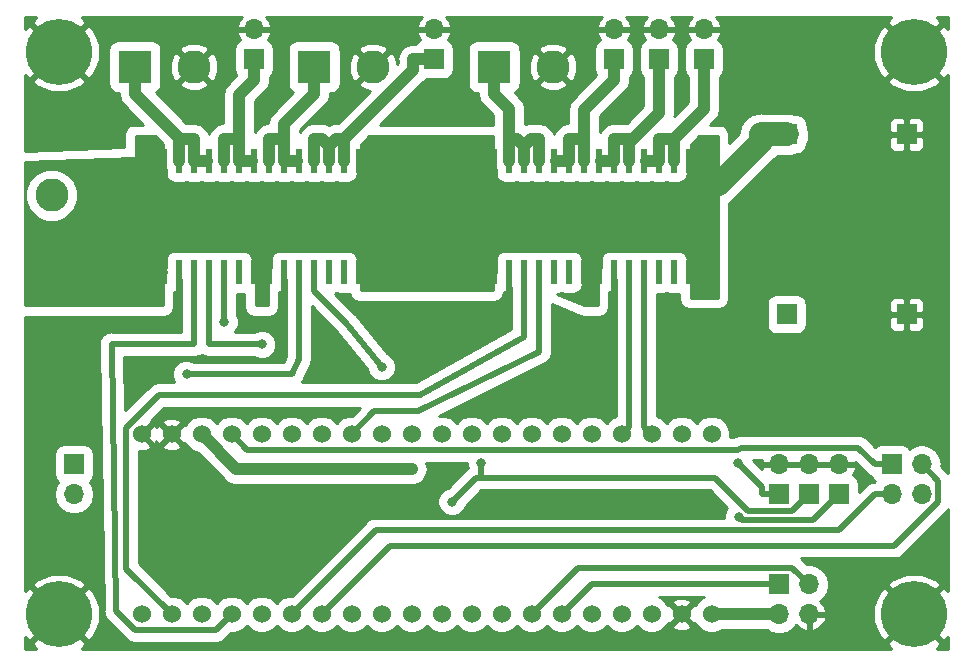
<source format=gbr>
G04 #@! TF.GenerationSoftware,KiCad,Pcbnew,(5.0.1-3-g963ef8bb5)*
G04 #@! TF.CreationDate,2019-10-11T12:22:28+03:00*
G04 #@! TF.ProjectId,thermocontrol,746865726D6F636F6E74726F6C2E6B69,rev?*
G04 #@! TF.SameCoordinates,Original*
G04 #@! TF.FileFunction,Copper,L1,Top,Mixed*
G04 #@! TF.FilePolarity,Positive*
%FSLAX46Y46*%
G04 Gerber Fmt 4.6, Leading zero omitted, Abs format (unit mm)*
G04 Created by KiCad (PCBNEW (5.0.1-3-g963ef8bb5)) date 2019 October 11, Friday 12:22:28*
%MOMM*%
%LPD*%
G01*
G04 APERTURE LIST*
G04 #@! TA.AperFunction,ComponentPad*
%ADD10R,1.700000X1.700000*%
G04 #@! TD*
G04 #@! TA.AperFunction,ComponentPad*
%ADD11O,1.700000X1.700000*%
G04 #@! TD*
G04 #@! TA.AperFunction,ComponentPad*
%ADD12R,2.800000X2.800000*%
G04 #@! TD*
G04 #@! TA.AperFunction,ComponentPad*
%ADD13C,2.800000*%
G04 #@! TD*
G04 #@! TA.AperFunction,ComponentPad*
%ADD14C,1.524000*%
G04 #@! TD*
G04 #@! TA.AperFunction,SMDPad,CuDef*
%ADD15R,0.600000X2.000000*%
G04 #@! TD*
G04 #@! TA.AperFunction,ComponentPad*
%ADD16C,5.600000*%
G04 #@! TD*
G04 #@! TA.AperFunction,ViaPad*
%ADD17C,0.800000*%
G04 #@! TD*
G04 #@! TA.AperFunction,Conductor*
%ADD18C,1.000000*%
G04 #@! TD*
G04 #@! TA.AperFunction,Conductor*
%ADD19C,0.599800*%
G04 #@! TD*
G04 #@! TA.AperFunction,Conductor*
%ADD20C,0.500000*%
G04 #@! TD*
G04 #@! TA.AperFunction,Conductor*
%ADD21C,2.000000*%
G04 #@! TD*
G04 #@! TA.AperFunction,Conductor*
%ADD22C,0.254000*%
G04 #@! TD*
G04 APERTURE END LIST*
D10*
G04 #@! TO.P,J_RS485,1*
G04 #@! TO.N,Net-(J_RS485-Pad1)*
X163830000Y-62865000D03*
D11*
G04 #@! TO.P,J_RS485,2*
G04 #@! TO.N,Net-(J_RS485-Pad2)*
X163830000Y-65405000D03*
G04 #@! TD*
D12*
G04 #@! TO.P,J_IN24,1*
G04 #@! TO.N,+24V*
X161925000Y-45085000D03*
D13*
G04 #@! TO.P,J_IN24,2*
G04 #@! TO.N,GND*
X161925000Y-40085000D03*
G04 #@! TD*
D14*
G04 #@! TO.P,U2,5V*
G04 #@! TO.N,+5V*
X212725000Y-75565000D03*
G04 #@! TO.P,U2,G*
G04 #@! TO.N,GND*
X169545000Y-60325000D03*
X172085000Y-60325000D03*
G04 #@! TO.P,U2,3V3*
G04 #@! TO.N,+3V3*
X174625000Y-60325000D03*
G04 #@! TO.P,U2,NRST*
G04 #@! TO.N,/RESET*
X177165000Y-60325000D03*
G04 #@! TO.P,U2,PB11*
G04 #@! TO.N,/EXT2*
X179705000Y-60325000D03*
G04 #@! TO.P,U2,PB10*
G04 #@! TO.N,/EXT1*
X182245000Y-60325000D03*
G04 #@! TO.P,U2,PB1*
G04 #@! TO.N,Net-(R6-Pad2)*
X184785000Y-60325000D03*
G04 #@! TO.P,U2,PB0*
G04 #@! TO.N,/P_IN5*
X187325000Y-60325000D03*
G04 #@! TO.P,U2,PA7*
G04 #@! TO.N,/P_IN3*
X189865000Y-60325000D03*
G04 #@! TO.P,U2,PA6*
G04 #@! TO.N,/P_IN1*
X192405000Y-60325000D03*
G04 #@! TO.P,U2,PA5*
G04 #@! TO.N,/TH3*
X194945000Y-60325000D03*
G04 #@! TO.P,U2,PA4*
G04 #@! TO.N,/TH2*
X197485000Y-60325000D03*
G04 #@! TO.P,U2,PA3*
G04 #@! TO.N,/RS485_RO*
X200025000Y-60325000D03*
G04 #@! TO.P,U2,PA2*
G04 #@! TO.N,/RS485_DI*
X202565000Y-60325000D03*
G04 #@! TO.P,U2,PA1*
G04 #@! TO.N,/RS485_DE*
X205105000Y-60325000D03*
G04 #@! TO.P,U2,PA0*
G04 #@! TO.N,/TH1*
X207645000Y-60325000D03*
G04 #@! TO.P,U2,PC15*
G04 #@! TO.N,/P_IN8*
X210185000Y-60325000D03*
G04 #@! TO.P,U2,PC14*
G04 #@! TO.N,/P_IN7*
X212725000Y-60325000D03*
G04 #@! TO.P,U2,PC13*
G04 #@! TO.N,/DEBUG*
X215265000Y-60325000D03*
G04 #@! TO.P,U2,VBAT*
G04 #@! TO.N,Net-(U2-PadVBAT)*
X217805000Y-60325000D03*
G04 #@! TO.P,U2,3V3*
G04 #@! TO.N,+3V3*
X217805000Y-75565000D03*
G04 #@! TO.P,U2,G*
G04 #@! TO.N,GND*
X215265000Y-75565000D03*
G04 #@! TO.P,U2,PB9*
G04 #@! TO.N,Net-(U2-PadPB9)*
X210185000Y-75565000D03*
G04 #@! TO.P,U2,PB8*
G04 #@! TO.N,Net-(U2-PadPB8)*
X207645000Y-75565000D03*
G04 #@! TO.P,U2,PB7*
G04 #@! TO.N,/SDA*
X205105000Y-75565000D03*
G04 #@! TO.P,U2,PB6*
G04 #@! TO.N,/SCL*
X202565000Y-75565000D03*
G04 #@! TO.P,U2,PB5*
G04 #@! TO.N,Net-(U2-PadPB5)*
X200025000Y-75565000D03*
G04 #@! TO.P,U2,PB4*
G04 #@! TO.N,Net-(U2-PadPB4)*
X197485000Y-75565000D03*
G04 #@! TO.P,U2,PB3*
G04 #@! TO.N,Net-(U2-PadPB3)*
X194945000Y-75565000D03*
G04 #@! TO.P,U2,PA15*
G04 #@! TO.N,Net-(U2-PadPA15)*
X192405000Y-75565000D03*
G04 #@! TO.P,U2,PA12*
G04 #@! TO.N,Net-(U2-PadPA12)*
X189865000Y-75565000D03*
G04 #@! TO.P,U2,PA11*
G04 #@! TO.N,Net-(U2-PadPA11)*
X187325000Y-75565000D03*
G04 #@! TO.P,U2,PA10*
G04 #@! TO.N,/RX*
X184785000Y-75565000D03*
G04 #@! TO.P,U2,PA9*
G04 #@! TO.N,/TX*
X182245000Y-75565000D03*
G04 #@! TO.P,U2,PA8*
G04 #@! TO.N,Net-(U2-PadPA8)*
X179705000Y-75565000D03*
G04 #@! TO.P,U2,PB15*
G04 #@! TO.N,/P_IN2*
X177165000Y-75565000D03*
G04 #@! TO.P,U2,PB14*
G04 #@! TO.N,/P_IN4*
X174625000Y-75565000D03*
G04 #@! TO.P,U2,PB13*
G04 #@! TO.N,/P_IN6*
X172085000Y-75565000D03*
G04 #@! TO.P,U2,PB12*
G04 #@! TO.N,Net-(U2-PadPB12)*
X169545000Y-75565000D03*
G04 #@! TD*
D10*
G04 #@! TO.P,J_ISP1,1*
G04 #@! TO.N,/RESET*
X233045000Y-62865000D03*
D11*
G04 #@! TO.P,J_ISP1,2*
G04 #@! TO.N,/RX*
X235585000Y-62865000D03*
G04 #@! TO.P,J_ISP1,3*
G04 #@! TO.N,/TX*
X233045000Y-65405000D03*
G04 #@! TO.P,J_ISP1,4*
G04 #@! TO.N,GND*
X235585000Y-65405000D03*
G04 #@! TD*
G04 #@! TO.P,J_OUT2,2*
G04 #@! TO.N,GND*
X217170000Y-26035000D03*
D10*
G04 #@! TO.P,J_OUT2,1*
G04 #@! TO.N,Net-(J_OUT2-Pad1)*
X217170000Y-28575000D03*
G04 #@! TD*
G04 #@! TO.P,J_OUT1,1*
G04 #@! TO.N,Net-(J_OUT1-Pad1)*
X213360000Y-28575000D03*
D11*
G04 #@! TO.P,J_OUT1,2*
G04 #@! TO.N,GND*
X213360000Y-26035000D03*
G04 #@! TD*
D10*
G04 #@! TO.P,J_OLED1,1*
G04 #@! TO.N,/SDA*
X223520000Y-73025000D03*
D11*
G04 #@! TO.P,J_OLED1,2*
G04 #@! TO.N,/SCL*
X226060000Y-73025000D03*
G04 #@! TO.P,J_OLED1,3*
G04 #@! TO.N,+3V3*
X223520000Y-75565000D03*
G04 #@! TO.P,J_OLED1,4*
G04 #@! TO.N,GND*
X226060000Y-75565000D03*
G04 #@! TD*
D10*
G04 #@! TO.P,J_SOUT1,1*
G04 #@! TO.N,+5V*
X224155000Y-50165000D03*
G04 #@! TD*
G04 #@! TO.P,J_SIN1,1*
G04 #@! TO.N,+24V*
X224215000Y-34925000D03*
G04 #@! TD*
G04 #@! TO.P,J_SG2,1*
G04 #@! TO.N,GND*
X234315000Y-50165000D03*
G04 #@! TD*
G04 #@! TO.P,J_SG1,1*
G04 #@! TO.N,GND*
X234315000Y-34925000D03*
G04 #@! TD*
D11*
G04 #@! TO.P,J_TH3,2*
G04 #@! TO.N,GND*
X223520000Y-62865000D03*
D10*
G04 #@! TO.P,J_TH3,1*
G04 #@! TO.N,/TH3*
X223520000Y-65405000D03*
G04 #@! TD*
G04 #@! TO.P,J_TH2,1*
G04 #@! TO.N,/TH2*
X226060000Y-65405000D03*
D11*
G04 #@! TO.P,J_TH2,2*
G04 #@! TO.N,GND*
X226060000Y-62865000D03*
G04 #@! TD*
G04 #@! TO.P,J_TH1,2*
G04 #@! TO.N,GND*
X228600000Y-62865000D03*
D10*
G04 #@! TO.P,J_TH1,1*
G04 #@! TO.N,/TH1*
X228600000Y-65405000D03*
G04 #@! TD*
G04 #@! TO.P,J_F3,1*
G04 #@! TO.N,Net-(J_F3-Pad1)*
X209550000Y-28575000D03*
D11*
G04 #@! TO.P,J_F3,2*
G04 #@! TO.N,GND*
X209550000Y-26035000D03*
G04 #@! TD*
G04 #@! TO.P,J_F2,2*
G04 #@! TO.N,GND*
X194310000Y-26035000D03*
D10*
G04 #@! TO.P,J_F2,1*
G04 #@! TO.N,Net-(J_F2-Pad1)*
X194310000Y-28575000D03*
G04 #@! TD*
G04 #@! TO.P,J_F1,1*
G04 #@! TO.N,Net-(J_F1-Pad1)*
X179070000Y-28575000D03*
D11*
G04 #@! TO.P,J_F1,2*
G04 #@! TO.N,GND*
X179070000Y-26035000D03*
G04 #@! TD*
D15*
G04 #@! TO.P,U3,28*
G04 #@! TO.N,+24V*
X171450000Y-37210000D03*
G04 #@! TO.P,U3,27*
G04 #@! TO.N,/OUT_E1*
X172720000Y-37210000D03*
G04 #@! TO.P,U3,26*
X173990000Y-37210000D03*
G04 #@! TO.P,U3,25*
X175260000Y-37210000D03*
G04 #@! TO.P,U3,24*
G04 #@! TO.N,Net-(J_F1-Pad1)*
X176530000Y-37210000D03*
G04 #@! TO.P,U3,23*
X177800000Y-37210000D03*
G04 #@! TO.P,U3,22*
X179070000Y-37210000D03*
G04 #@! TO.P,U3,21*
G04 #@! TO.N,/OUT_E2*
X180340000Y-37210000D03*
G04 #@! TO.P,U3,20*
X181610000Y-37210000D03*
G04 #@! TO.P,U3,19*
X182880000Y-37210000D03*
G04 #@! TO.P,U3,18*
G04 #@! TO.N,Net-(J_F2-Pad1)*
X184150000Y-37210000D03*
G04 #@! TO.P,U3,17*
X185420000Y-37210000D03*
G04 #@! TO.P,U3,16*
X186690000Y-37210000D03*
G04 #@! TO.P,U3,15*
G04 #@! TO.N,+24V*
X187960000Y-37210000D03*
G04 #@! TO.P,U3,14*
X187960000Y-46610000D03*
G04 #@! TO.P,U3,13*
G04 #@! TO.N,/P_IS4*
X186690000Y-46610000D03*
G04 #@! TO.P,U3,12*
G04 #@! TO.N,/P_IS3*
X185420000Y-46610000D03*
G04 #@! TO.P,U3,11*
G04 #@! TO.N,/P_IN3*
X184150000Y-46610000D03*
G04 #@! TO.P,U3,10*
G04 #@! TO.N,/P_IN4*
X182880000Y-46610000D03*
G04 #@! TO.P,U3,9*
G04 #@! TO.N,GND*
X181610000Y-46610000D03*
G04 #@! TO.P,U3,8*
G04 #@! TO.N,+24V*
X180340000Y-46610000D03*
G04 #@! TO.P,U3,7*
X179070000Y-46610000D03*
G04 #@! TO.P,U3,6*
G04 #@! TO.N,/P_IS2*
X177800000Y-46610000D03*
G04 #@! TO.P,U3,5*
G04 #@! TO.N,/P_IS1*
X176530000Y-46610000D03*
G04 #@! TO.P,U3,4*
G04 #@! TO.N,/P_IN1*
X175260000Y-46610000D03*
G04 #@! TO.P,U3,3*
G04 #@! TO.N,/P_IN2*
X173990000Y-46610000D03*
G04 #@! TO.P,U3,2*
G04 #@! TO.N,GND*
X172720000Y-46610000D03*
G04 #@! TO.P,U3,1*
G04 #@! TO.N,+24V*
X171450000Y-46610000D03*
G04 #@! TD*
G04 #@! TO.P,U4,1*
G04 #@! TO.N,+24V*
X199390000Y-46610000D03*
G04 #@! TO.P,U4,2*
G04 #@! TO.N,GND*
X200660000Y-46610000D03*
G04 #@! TO.P,U4,3*
G04 #@! TO.N,/P_IN6*
X201930000Y-46610000D03*
G04 #@! TO.P,U4,4*
G04 #@! TO.N,/P_IN5*
X203200000Y-46610000D03*
G04 #@! TO.P,U4,5*
G04 #@! TO.N,/P_IS5*
X204470000Y-46610000D03*
G04 #@! TO.P,U4,6*
G04 #@! TO.N,/P_IS6*
X205740000Y-46610000D03*
G04 #@! TO.P,U4,7*
G04 #@! TO.N,+24V*
X207010000Y-46610000D03*
G04 #@! TO.P,U4,8*
X208280000Y-46610000D03*
G04 #@! TO.P,U4,9*
G04 #@! TO.N,GND*
X209550000Y-46610000D03*
G04 #@! TO.P,U4,10*
G04 #@! TO.N,/P_IN8*
X210820000Y-46610000D03*
G04 #@! TO.P,U4,11*
G04 #@! TO.N,/P_IN7*
X212090000Y-46610000D03*
G04 #@! TO.P,U4,12*
G04 #@! TO.N,/P_IS7*
X213360000Y-46610000D03*
G04 #@! TO.P,U4,13*
G04 #@! TO.N,/P_IS8*
X214630000Y-46610000D03*
G04 #@! TO.P,U4,14*
G04 #@! TO.N,+24V*
X215900000Y-46610000D03*
G04 #@! TO.P,U4,15*
X215900000Y-37210000D03*
G04 #@! TO.P,U4,16*
G04 #@! TO.N,Net-(J_OUT2-Pad1)*
X214630000Y-37210000D03*
G04 #@! TO.P,U4,17*
X213360000Y-37210000D03*
G04 #@! TO.P,U4,18*
X212090000Y-37210000D03*
G04 #@! TO.P,U4,19*
G04 #@! TO.N,Net-(J_OUT1-Pad1)*
X210820000Y-37210000D03*
G04 #@! TO.P,U4,20*
X209550000Y-37210000D03*
G04 #@! TO.P,U4,21*
X208280000Y-37210000D03*
G04 #@! TO.P,U4,22*
G04 #@! TO.N,Net-(J_F3-Pad1)*
X207010000Y-37210000D03*
G04 #@! TO.P,U4,23*
X205740000Y-37210000D03*
G04 #@! TO.P,U4,24*
X204470000Y-37210000D03*
G04 #@! TO.P,U4,25*
G04 #@! TO.N,/OUT_E3*
X203200000Y-37210000D03*
G04 #@! TO.P,U4,26*
X201930000Y-37210000D03*
G04 #@! TO.P,U4,27*
X200660000Y-37210000D03*
G04 #@! TO.P,U4,28*
G04 #@! TO.N,+24V*
X199390000Y-37210000D03*
G04 #@! TD*
D12*
G04 #@! TO.P,J_E2,1*
G04 #@! TO.N,/OUT_E2*
X184150000Y-29210000D03*
D13*
G04 #@! TO.P,J_E2,2*
G04 #@! TO.N,GND*
X189150000Y-29210000D03*
G04 #@! TD*
G04 #@! TO.P,J_E1,2*
G04 #@! TO.N,GND*
X173990000Y-29210000D03*
D12*
G04 #@! TO.P,J_E1,1*
G04 #@! TO.N,/OUT_E1*
X168990000Y-29210000D03*
G04 #@! TD*
G04 #@! TO.P,J_E3,1*
G04 #@! TO.N,/OUT_E3*
X199390000Y-29210000D03*
D13*
G04 #@! TO.P,J_E3,2*
G04 #@! TO.N,GND*
X204390000Y-29210000D03*
G04 #@! TD*
D16*
G04 #@! TO.P,H4,1*
G04 #@! TO.N,GND*
X162560000Y-27940000D03*
G04 #@! TD*
G04 #@! TO.P,H3,1*
G04 #@! TO.N,GND*
X162560000Y-75565000D03*
G04 #@! TD*
G04 #@! TO.P,H2,1*
G04 #@! TO.N,GND*
X234950000Y-75565000D03*
G04 #@! TD*
G04 #@! TO.P,H1,1*
G04 #@! TO.N,GND*
X234950000Y-27940000D03*
G04 #@! TD*
D17*
G04 #@! TO.N,GND*
X202565000Y-33020000D03*
X204470000Y-33020000D03*
X205740000Y-52070000D03*
X208915000Y-52070000D03*
X225425000Y-39370000D03*
X223520000Y-41910000D03*
X216535000Y-51435000D03*
X227965000Y-53975000D03*
X234315000Y-55880000D03*
X233045000Y-40640000D03*
X214630000Y-66675000D03*
X163830000Y-34290000D03*
X161290000Y-34290000D03*
X164465000Y-58420000D03*
X180975000Y-50800000D03*
X189865000Y-50800000D03*
X193675000Y-50800000D03*
X197485000Y-50800000D03*
G04 #@! TO.N,+24V*
X179705000Y-48895000D03*
X207645000Y-48895000D03*
G04 #@! TO.N,/TH3*
X220067800Y-62760400D03*
G04 #@! TO.N,/TH2*
X195816500Y-66021500D03*
X198310500Y-62768200D03*
G04 #@! TO.N,/TH1*
X220104700Y-67324500D03*
G04 #@! TO.N,+3V3*
X192411100Y-63282700D03*
G04 #@! TO.N,/P_IN3*
X189865000Y-54610000D03*
G04 #@! TO.N,/P_IN4*
X173355000Y-55245000D03*
G04 #@! TO.N,/P_IS1*
X176530000Y-50800000D03*
G04 #@! TO.N,/P_IN1*
X179705000Y-52705000D03*
G04 #@! TD*
D18*
G04 #@! TO.N,Net-(J_OUT1-Pad1)*
X210820000Y-35659800D02*
X213360000Y-33119800D01*
X213360000Y-33119800D02*
X213360000Y-28575000D01*
X210820000Y-35659800D02*
X210820000Y-35309700D01*
X210820000Y-37210000D02*
X210820000Y-35659800D01*
X209550000Y-37210000D02*
X209550000Y-35309700D01*
X209550000Y-35309700D02*
X210820000Y-35309700D01*
X208410400Y-37210000D02*
X209550000Y-37210000D01*
D19*
X208410400Y-37210000D02*
X208280000Y-37210000D01*
D20*
G04 #@! TO.N,GND*
X172720000Y-46610000D02*
X172720000Y-48260000D01*
X181610000Y-46610000D02*
X181610000Y-48260000D01*
X200660000Y-46610000D02*
X200660000Y-48895000D01*
X209550000Y-46610000D02*
X209550000Y-48895000D01*
D18*
G04 #@! TO.N,Net-(J_OUT2-Pad1)*
X214630000Y-35309700D02*
X217170000Y-32769700D01*
X217170000Y-32769700D02*
X217170000Y-28575000D01*
X214630000Y-35659800D02*
X214630000Y-35309700D01*
X214630000Y-37210000D02*
X214630000Y-35659800D01*
X213360000Y-37210000D02*
X213360000Y-35309700D01*
X213360000Y-35309700D02*
X214630000Y-35309700D01*
X212220400Y-37210000D02*
X213360000Y-37210000D01*
D19*
X212220400Y-37210000D02*
X212090000Y-37210000D01*
G04 #@! TO.N,+24V*
X170736300Y-46491000D02*
X171331000Y-46491000D01*
X171331000Y-46491000D02*
X171450000Y-46610000D01*
D21*
X224215000Y-34925000D02*
X221964700Y-34925000D01*
X218415500Y-39125800D02*
X221964700Y-35576600D01*
X221964700Y-35576600D02*
X221964700Y-34925000D01*
D19*
X188698200Y-45871800D02*
X187960000Y-46610000D01*
X199390000Y-46610000D02*
X199390000Y-44909800D01*
X216870500Y-45639500D02*
X215900000Y-46610000D01*
D20*
G04 #@! TO.N,/TH3*
X223520000Y-65405000D02*
X222119700Y-65405000D01*
X222119700Y-65405000D02*
X222119700Y-64812300D01*
X222119700Y-64812300D02*
X220067800Y-62760400D01*
G04 #@! TO.N,/TH2*
X198310500Y-63985700D02*
X198310500Y-62768200D01*
X226060000Y-65405000D02*
X224659700Y-66805300D01*
X224659700Y-66805300D02*
X220929500Y-66805300D01*
X220929500Y-66805300D02*
X218109900Y-63985700D01*
X218109900Y-63985700D02*
X198310500Y-63985700D01*
X195816500Y-66021500D02*
X197852300Y-63985700D01*
X197852300Y-63985700D02*
X198310500Y-63985700D01*
G04 #@! TO.N,/TH1*
X220104700Y-67324500D02*
X220397100Y-67616900D01*
X220397100Y-67616900D02*
X226388100Y-67616900D01*
X226388100Y-67616900D02*
X228600000Y-65405000D01*
D18*
G04 #@! TO.N,+3V3*
X174625000Y-60325000D02*
X177582700Y-63282700D01*
X177582700Y-63282700D02*
X192411100Y-63282700D01*
X223520000Y-75565000D02*
X217805000Y-75565000D01*
D20*
G04 #@! TO.N,/P_IN6*
X168213200Y-71693200D02*
X172085000Y-75565000D01*
X171024000Y-56986100D02*
X168213200Y-59796900D01*
X193104200Y-56986100D02*
X171024000Y-56986100D01*
X168213200Y-59796900D02*
X168213200Y-71693200D01*
X201930000Y-52070000D02*
X193104200Y-56986100D01*
X201930000Y-46610000D02*
X201930000Y-52070000D01*
G04 #@! TO.N,/P_IN5*
X203200000Y-46709700D02*
X203200000Y-53340000D01*
X189257500Y-58392500D02*
X187325000Y-60325000D01*
X192967800Y-58392500D02*
X189257500Y-58392500D01*
X203200000Y-53340000D02*
X192967800Y-58392500D01*
G04 #@! TO.N,/P_IN8*
X210820000Y-46610000D02*
X210820000Y-59690000D01*
X210820000Y-59690000D02*
X210185000Y-60325000D01*
G04 #@! TO.N,/P_IN7*
X212090000Y-46610000D02*
X212090000Y-59690000D01*
X212090000Y-59690000D02*
X212725000Y-60325000D01*
D18*
G04 #@! TO.N,Net-(J_F3-Pad1)*
X209550000Y-28575000D02*
X209550000Y-30325300D01*
X207010000Y-35309700D02*
X207010000Y-32865300D01*
X207010000Y-32865300D02*
X209550000Y-30325300D01*
X207010000Y-35659800D02*
X207010000Y-35309700D01*
X207010000Y-37210000D02*
X207010000Y-35659800D01*
X205740000Y-37210000D02*
X205740000Y-35309700D01*
X205740000Y-35309700D02*
X207010000Y-35309700D01*
X204600400Y-37210000D02*
X205740000Y-37210000D01*
D19*
X204600400Y-37210000D02*
X204470000Y-37210000D01*
D18*
G04 #@! TO.N,Net-(J_F1-Pad1)*
X179070000Y-28575000D02*
X179070000Y-30325300D01*
X177800000Y-35309700D02*
X177800000Y-31595300D01*
X177800000Y-31595300D02*
X179070000Y-30325300D01*
X177800000Y-35659800D02*
X177800000Y-35309700D01*
X177800000Y-37210000D02*
X177800000Y-35659800D01*
X176530000Y-37210000D02*
X176530000Y-35309700D01*
X177800000Y-35309700D02*
X176530000Y-35309700D01*
D19*
X178939600Y-37210000D02*
X179070000Y-37210000D01*
D18*
X178939600Y-37210000D02*
X177800000Y-37210000D01*
G04 #@! TO.N,Net-(J_F2-Pad1)*
X194310000Y-28575000D02*
X192559700Y-28575000D01*
X186690000Y-35309700D02*
X192559700Y-29440000D01*
X192559700Y-29440000D02*
X192559700Y-28575000D01*
X185420000Y-35903400D02*
X186013700Y-35309700D01*
X186013700Y-35309700D02*
X186690000Y-35309700D01*
X185420000Y-35903400D02*
X184826300Y-35309700D01*
X184826300Y-35309700D02*
X184150000Y-35309700D01*
X185420000Y-36259800D02*
X185420000Y-35903400D01*
X186690000Y-37210000D02*
X186690000Y-35309700D01*
X184150000Y-37210000D02*
X184150000Y-35309700D01*
X185420000Y-37210000D02*
X185420000Y-36259800D01*
D20*
G04 #@! TO.N,/P_IN3*
X184150000Y-48160300D02*
X184150000Y-46610000D01*
X186894300Y-50904600D02*
X184150000Y-48160300D01*
X189865000Y-54610000D02*
X186894300Y-50904600D01*
G04 #@! TO.N,/P_IN4*
X182880000Y-53975000D02*
X182880000Y-46610000D01*
X182245000Y-55245000D02*
X182880000Y-53975000D01*
X173355000Y-55245000D02*
X182245000Y-55245000D01*
G04 #@! TO.N,/P_IS1*
X176530000Y-48160300D02*
X176530000Y-46610000D01*
X176530000Y-50800000D02*
X176530000Y-48160300D01*
G04 #@! TO.N,/P_IN1*
X175260000Y-52705000D02*
X175260000Y-46610000D01*
X179705000Y-52705000D02*
X175260000Y-52705000D01*
G04 #@! TO.N,/P_IN2*
X175828600Y-76901400D02*
X177165000Y-75565000D01*
X167407900Y-75284300D02*
X169025000Y-76901400D01*
X169025000Y-76901400D02*
X175828600Y-76901400D01*
X173990000Y-52705000D02*
X167005000Y-52705000D01*
X167005000Y-52705000D02*
X167407900Y-75284300D01*
X173990000Y-46610000D02*
X173990000Y-52705000D01*
G04 #@! TO.N,/SCL*
X226060000Y-73025000D02*
X224645800Y-71610800D01*
X224645800Y-71610800D02*
X206519200Y-71610800D01*
X206519200Y-71610800D02*
X202565000Y-75565000D01*
G04 #@! TO.N,/SDA*
X223520000Y-73025000D02*
X207645000Y-73025000D01*
X207645000Y-73025000D02*
X205105000Y-75565000D01*
G04 #@! TO.N,/RESET*
X233045000Y-62865000D02*
X231644700Y-62865000D01*
X231644700Y-62865000D02*
X230231200Y-61451500D01*
X230231200Y-61451500D02*
X220268400Y-61451500D01*
X220268400Y-61451500D02*
X220082500Y-61637400D01*
X220082500Y-61637400D02*
X178477400Y-61637400D01*
X178477400Y-61637400D02*
X177165000Y-60325000D01*
G04 #@! TO.N,/RX*
X235585000Y-62865000D02*
X236999200Y-64279200D01*
X236999200Y-64279200D02*
X236999200Y-66032100D01*
X236999200Y-66032100D02*
X233281800Y-69749500D01*
X233281800Y-69749500D02*
X190600500Y-69749500D01*
X190600500Y-69749500D02*
X184785000Y-75565000D01*
G04 #@! TO.N,/TX*
X233045000Y-65405000D02*
X231644700Y-65405000D01*
X231644700Y-65405000D02*
X228595200Y-68454500D01*
X228595200Y-68454500D02*
X189355500Y-68454500D01*
X189355500Y-68454500D02*
X182245000Y-75565000D01*
D18*
G04 #@! TO.N,/OUT_E1*
X168990000Y-29210000D02*
X168990000Y-31510300D01*
X172720000Y-35309700D02*
X172720000Y-35240300D01*
X172720000Y-35240300D02*
X168990000Y-31510300D01*
X172720000Y-36259800D02*
X172720000Y-35309700D01*
X172720000Y-37210000D02*
X172720000Y-36259800D01*
X173990000Y-37210000D02*
X173990000Y-35309700D01*
X173990000Y-35309700D02*
X172720000Y-35309700D01*
D19*
X175129600Y-37210000D02*
X175260000Y-37210000D01*
D18*
X175129600Y-37210000D02*
X173990000Y-37210000D01*
G04 #@! TO.N,/OUT_E2*
X184150000Y-29210000D02*
X184150000Y-31510300D01*
X181610000Y-35309700D02*
X181610000Y-34050300D01*
X181610000Y-34050300D02*
X184150000Y-31510300D01*
X181610000Y-35659800D02*
X181610000Y-35309700D01*
X181610000Y-37210000D02*
X181610000Y-35659800D01*
X180340000Y-37210000D02*
X180340000Y-35309700D01*
X181610000Y-35309700D02*
X180340000Y-35309700D01*
D19*
X182749600Y-37210000D02*
X182880000Y-37210000D01*
D18*
X182749600Y-37210000D02*
X181610000Y-37210000D01*
G04 #@! TO.N,/OUT_E3*
X200660000Y-35309700D02*
X200660000Y-32780300D01*
X200660000Y-32780300D02*
X199390000Y-31510300D01*
X199390000Y-29210000D02*
X199390000Y-31510300D01*
X200660000Y-35309700D02*
X201336300Y-35309700D01*
X201336300Y-35309700D02*
X201930000Y-35903400D01*
X201930000Y-35903400D02*
X202523700Y-35309700D01*
X202523700Y-35309700D02*
X203200000Y-35309700D01*
X201930000Y-36259800D02*
X201930000Y-35903400D01*
X200660000Y-37210000D02*
X200660000Y-35309700D01*
X203200000Y-37210000D02*
X203200000Y-35309700D01*
X201930000Y-37210000D02*
X201930000Y-36259800D01*
G04 #@! TD*
D22*
G04 #@! TO.N,GND*
G36*
X172846799Y-47610000D02*
X172847000Y-47611010D01*
X172847000Y-48086250D01*
X172913000Y-48152250D01*
X172913001Y-51628000D01*
X167101376Y-51628000D01*
X166985409Y-51607076D01*
X166785488Y-51650565D01*
X166584776Y-51690489D01*
X166576485Y-51696029D01*
X166566744Y-51698148D01*
X166398695Y-51814824D01*
X166228527Y-51928527D01*
X166222987Y-51936819D01*
X166214798Y-51942504D01*
X166104191Y-52114609D01*
X165990489Y-52284776D01*
X165988543Y-52294557D01*
X165983154Y-52302943D01*
X165946824Y-52504296D01*
X165906901Y-52705000D01*
X165929891Y-52820578D01*
X166329006Y-75187755D01*
X166309802Y-75284300D01*
X166332791Y-75399873D01*
X166332964Y-75409569D01*
X166353478Y-75503872D01*
X166393390Y-75704524D01*
X166398929Y-75712813D01*
X166401048Y-75722556D01*
X166517738Y-75890624D01*
X166571342Y-75970849D01*
X166578198Y-75977705D01*
X166645404Y-76074502D01*
X166728216Y-76127723D01*
X168188443Y-77587951D01*
X168248527Y-77677873D01*
X168338449Y-77737957D01*
X168338450Y-77737958D01*
X168604775Y-77915911D01*
X168667777Y-77928443D01*
X168918928Y-77978400D01*
X168918932Y-77978400D01*
X169025000Y-77999498D01*
X169131068Y-77978400D01*
X175722534Y-77978400D01*
X175828600Y-77999498D01*
X175934666Y-77978400D01*
X175934672Y-77978400D01*
X176248824Y-77915911D01*
X176605073Y-77677873D01*
X176665159Y-77587948D01*
X177099107Y-77154000D01*
X177481072Y-77154000D01*
X178065096Y-76912089D01*
X178435000Y-76542185D01*
X178804904Y-76912089D01*
X179388928Y-77154000D01*
X180021072Y-77154000D01*
X180605096Y-76912089D01*
X180975000Y-76542185D01*
X181344904Y-76912089D01*
X181928928Y-77154000D01*
X182561072Y-77154000D01*
X183145096Y-76912089D01*
X183515000Y-76542185D01*
X183884904Y-76912089D01*
X184468928Y-77154000D01*
X185101072Y-77154000D01*
X185685096Y-76912089D01*
X186055000Y-76542185D01*
X186424904Y-76912089D01*
X187008928Y-77154000D01*
X187641072Y-77154000D01*
X188225096Y-76912089D01*
X188595000Y-76542185D01*
X188964904Y-76912089D01*
X189548928Y-77154000D01*
X190181072Y-77154000D01*
X190765096Y-76912089D01*
X191135000Y-76542185D01*
X191504904Y-76912089D01*
X192088928Y-77154000D01*
X192721072Y-77154000D01*
X193305096Y-76912089D01*
X193675000Y-76542185D01*
X194044904Y-76912089D01*
X194628928Y-77154000D01*
X195261072Y-77154000D01*
X195845096Y-76912089D01*
X196215000Y-76542185D01*
X196584904Y-76912089D01*
X197168928Y-77154000D01*
X197801072Y-77154000D01*
X198385096Y-76912089D01*
X198755000Y-76542185D01*
X199124904Y-76912089D01*
X199708928Y-77154000D01*
X200341072Y-77154000D01*
X200925096Y-76912089D01*
X201295000Y-76542185D01*
X201664904Y-76912089D01*
X202248928Y-77154000D01*
X202881072Y-77154000D01*
X203465096Y-76912089D01*
X203835000Y-76542185D01*
X204204904Y-76912089D01*
X204788928Y-77154000D01*
X205421072Y-77154000D01*
X206005096Y-76912089D01*
X206375000Y-76542185D01*
X206744904Y-76912089D01*
X207328928Y-77154000D01*
X207961072Y-77154000D01*
X208545096Y-76912089D01*
X208915000Y-76542185D01*
X209284904Y-76912089D01*
X209868928Y-77154000D01*
X210501072Y-77154000D01*
X211085096Y-76912089D01*
X211455000Y-76542185D01*
X211824904Y-76912089D01*
X212408928Y-77154000D01*
X213041072Y-77154000D01*
X213625096Y-76912089D01*
X213991972Y-76545213D01*
X214464392Y-76545213D01*
X214533857Y-76787397D01*
X215057302Y-76974144D01*
X215612368Y-76946362D01*
X215996143Y-76787397D01*
X216065608Y-76545213D01*
X215265000Y-75744605D01*
X214464392Y-76545213D01*
X213991972Y-76545213D01*
X214072089Y-76465096D01*
X214131509Y-76321644D01*
X214284787Y-76365608D01*
X215085395Y-75565000D01*
X214284787Y-74764392D01*
X214131509Y-74808356D01*
X214072089Y-74664904D01*
X213991972Y-74584787D01*
X214464392Y-74584787D01*
X215265000Y-75385395D01*
X216065608Y-74584787D01*
X215996143Y-74342603D01*
X215472698Y-74155856D01*
X214917632Y-74183638D01*
X214533857Y-74342603D01*
X214464392Y-74584787D01*
X213991972Y-74584787D01*
X213625096Y-74217911D01*
X213345262Y-74102000D01*
X217184738Y-74102000D01*
X216904904Y-74217911D01*
X216457911Y-74664904D01*
X216398491Y-74808356D01*
X216245213Y-74764392D01*
X215444605Y-75565000D01*
X216245213Y-76365608D01*
X216398491Y-76321644D01*
X216457911Y-76465096D01*
X216904904Y-76912089D01*
X217488928Y-77154000D01*
X218121072Y-77154000D01*
X218705096Y-76912089D01*
X218725185Y-76892000D01*
X222487477Y-76892000D01*
X222865667Y-77144699D01*
X223354832Y-77242000D01*
X223685168Y-77242000D01*
X224174333Y-77144699D01*
X224729049Y-76774049D01*
X224924585Y-76481409D01*
X225178642Y-76760183D01*
X225703108Y-77006486D01*
X225933000Y-76885819D01*
X225933000Y-75692000D01*
X226187000Y-75692000D01*
X226187000Y-76885819D01*
X226416892Y-77006486D01*
X226941358Y-76760183D01*
X227331645Y-76331924D01*
X227370565Y-76237956D01*
X231512965Y-76237956D01*
X232032122Y-77502027D01*
X232043797Y-77519499D01*
X232497660Y-77837735D01*
X234770395Y-75565000D01*
X232497660Y-73292265D01*
X232043797Y-73610501D01*
X231517064Y-74871434D01*
X231512965Y-76237956D01*
X227370565Y-76237956D01*
X227501476Y-75921890D01*
X227380155Y-75692000D01*
X226187000Y-75692000D01*
X225933000Y-75692000D01*
X225913000Y-75692000D01*
X225913000Y-75438000D01*
X225933000Y-75438000D01*
X225933000Y-75418000D01*
X226187000Y-75418000D01*
X226187000Y-75438000D01*
X227380155Y-75438000D01*
X227501476Y-75208110D01*
X227331645Y-74798076D01*
X226988478Y-74421521D01*
X227269049Y-74234049D01*
X227639699Y-73679333D01*
X227752417Y-73112660D01*
X232677265Y-73112660D01*
X234950000Y-75385395D01*
X237222735Y-73112660D01*
X236904499Y-72658797D01*
X235643566Y-72132064D01*
X234277044Y-72127965D01*
X233012973Y-72647122D01*
X232995501Y-72658797D01*
X232677265Y-73112660D01*
X227752417Y-73112660D01*
X227769854Y-73025000D01*
X227639699Y-72370667D01*
X227269049Y-71815951D01*
X226714333Y-71445301D01*
X226225168Y-71348000D01*
X225906107Y-71348000D01*
X225482359Y-70924252D01*
X225422273Y-70834327D01*
X225410559Y-70826500D01*
X233175734Y-70826500D01*
X233281800Y-70847598D01*
X233387866Y-70826500D01*
X233387872Y-70826500D01*
X233702024Y-70764011D01*
X234058273Y-70525973D01*
X234118359Y-70436048D01*
X237685751Y-66868657D01*
X237775673Y-66808573D01*
X237858000Y-66685362D01*
X237858000Y-73613190D01*
X237856203Y-73610501D01*
X237402340Y-73292265D01*
X235129605Y-75565000D01*
X237402340Y-77837735D01*
X237856203Y-77519499D01*
X237858000Y-77515197D01*
X237858000Y-78473000D01*
X236901810Y-78473000D01*
X236904499Y-78471203D01*
X237222735Y-78017340D01*
X234950000Y-75744605D01*
X232677265Y-78017340D01*
X232995501Y-78471203D01*
X232999803Y-78473000D01*
X164511810Y-78473000D01*
X164514499Y-78471203D01*
X164832735Y-78017340D01*
X162560000Y-75744605D01*
X160287265Y-78017340D01*
X160605501Y-78471203D01*
X160609803Y-78473000D01*
X159652000Y-78473000D01*
X159652000Y-77516810D01*
X159653797Y-77519499D01*
X160107660Y-77837735D01*
X162380395Y-75565000D01*
X162739605Y-75565000D01*
X165012340Y-77837735D01*
X165466203Y-77519499D01*
X165992936Y-76258566D01*
X165997035Y-74892044D01*
X165477878Y-73627973D01*
X165466203Y-73610501D01*
X165012340Y-73292265D01*
X162739605Y-75565000D01*
X162380395Y-75565000D01*
X160107660Y-73292265D01*
X159653797Y-73610501D01*
X159652000Y-73614803D01*
X159652000Y-73112660D01*
X160287265Y-73112660D01*
X162560000Y-75385395D01*
X164832735Y-73112660D01*
X164514499Y-72658797D01*
X163253566Y-72132064D01*
X161887044Y-72127965D01*
X160622973Y-72647122D01*
X160605501Y-72658797D01*
X160287265Y-73112660D01*
X159652000Y-73112660D01*
X159652000Y-65405000D01*
X162120146Y-65405000D01*
X162250301Y-66059333D01*
X162620951Y-66614049D01*
X163175667Y-66984699D01*
X163664832Y-67082000D01*
X163995168Y-67082000D01*
X164484333Y-66984699D01*
X165039049Y-66614049D01*
X165409699Y-66059333D01*
X165539854Y-65405000D01*
X165409699Y-64750667D01*
X165165511Y-64385215D01*
X165276233Y-64311233D01*
X165459016Y-64037679D01*
X165523201Y-63715000D01*
X165523201Y-62015000D01*
X165459016Y-61692321D01*
X165276233Y-61418767D01*
X165002679Y-61235984D01*
X164680000Y-61171799D01*
X162980000Y-61171799D01*
X162657321Y-61235984D01*
X162383767Y-61418767D01*
X162200984Y-61692321D01*
X162136799Y-62015000D01*
X162136799Y-63715000D01*
X162200984Y-64037679D01*
X162383767Y-64311233D01*
X162494489Y-64385215D01*
X162250301Y-64750667D01*
X162120146Y-65405000D01*
X159652000Y-65405000D01*
X159652000Y-50357000D01*
X171450000Y-50357000D01*
X171766479Y-50294048D01*
X172034777Y-50114777D01*
X172214048Y-49846479D01*
X172277000Y-49530000D01*
X172277000Y-48252493D01*
X172290310Y-48243600D01*
X172293690Y-48245000D01*
X172434250Y-48245000D01*
X172593000Y-48086250D01*
X172593000Y-47611010D01*
X172593201Y-47610000D01*
X172593201Y-47182000D01*
X172846799Y-47182000D01*
X172846799Y-47610000D01*
X172846799Y-47610000D01*
G37*
X172846799Y-47610000D02*
X172847000Y-47611010D01*
X172847000Y-48086250D01*
X172913000Y-48152250D01*
X172913001Y-51628000D01*
X167101376Y-51628000D01*
X166985409Y-51607076D01*
X166785488Y-51650565D01*
X166584776Y-51690489D01*
X166576485Y-51696029D01*
X166566744Y-51698148D01*
X166398695Y-51814824D01*
X166228527Y-51928527D01*
X166222987Y-51936819D01*
X166214798Y-51942504D01*
X166104191Y-52114609D01*
X165990489Y-52284776D01*
X165988543Y-52294557D01*
X165983154Y-52302943D01*
X165946824Y-52504296D01*
X165906901Y-52705000D01*
X165929891Y-52820578D01*
X166329006Y-75187755D01*
X166309802Y-75284300D01*
X166332791Y-75399873D01*
X166332964Y-75409569D01*
X166353478Y-75503872D01*
X166393390Y-75704524D01*
X166398929Y-75712813D01*
X166401048Y-75722556D01*
X166517738Y-75890624D01*
X166571342Y-75970849D01*
X166578198Y-75977705D01*
X166645404Y-76074502D01*
X166728216Y-76127723D01*
X168188443Y-77587951D01*
X168248527Y-77677873D01*
X168338449Y-77737957D01*
X168338450Y-77737958D01*
X168604775Y-77915911D01*
X168667777Y-77928443D01*
X168918928Y-77978400D01*
X168918932Y-77978400D01*
X169025000Y-77999498D01*
X169131068Y-77978400D01*
X175722534Y-77978400D01*
X175828600Y-77999498D01*
X175934666Y-77978400D01*
X175934672Y-77978400D01*
X176248824Y-77915911D01*
X176605073Y-77677873D01*
X176665159Y-77587948D01*
X177099107Y-77154000D01*
X177481072Y-77154000D01*
X178065096Y-76912089D01*
X178435000Y-76542185D01*
X178804904Y-76912089D01*
X179388928Y-77154000D01*
X180021072Y-77154000D01*
X180605096Y-76912089D01*
X180975000Y-76542185D01*
X181344904Y-76912089D01*
X181928928Y-77154000D01*
X182561072Y-77154000D01*
X183145096Y-76912089D01*
X183515000Y-76542185D01*
X183884904Y-76912089D01*
X184468928Y-77154000D01*
X185101072Y-77154000D01*
X185685096Y-76912089D01*
X186055000Y-76542185D01*
X186424904Y-76912089D01*
X187008928Y-77154000D01*
X187641072Y-77154000D01*
X188225096Y-76912089D01*
X188595000Y-76542185D01*
X188964904Y-76912089D01*
X189548928Y-77154000D01*
X190181072Y-77154000D01*
X190765096Y-76912089D01*
X191135000Y-76542185D01*
X191504904Y-76912089D01*
X192088928Y-77154000D01*
X192721072Y-77154000D01*
X193305096Y-76912089D01*
X193675000Y-76542185D01*
X194044904Y-76912089D01*
X194628928Y-77154000D01*
X195261072Y-77154000D01*
X195845096Y-76912089D01*
X196215000Y-76542185D01*
X196584904Y-76912089D01*
X197168928Y-77154000D01*
X197801072Y-77154000D01*
X198385096Y-76912089D01*
X198755000Y-76542185D01*
X199124904Y-76912089D01*
X199708928Y-77154000D01*
X200341072Y-77154000D01*
X200925096Y-76912089D01*
X201295000Y-76542185D01*
X201664904Y-76912089D01*
X202248928Y-77154000D01*
X202881072Y-77154000D01*
X203465096Y-76912089D01*
X203835000Y-76542185D01*
X204204904Y-76912089D01*
X204788928Y-77154000D01*
X205421072Y-77154000D01*
X206005096Y-76912089D01*
X206375000Y-76542185D01*
X206744904Y-76912089D01*
X207328928Y-77154000D01*
X207961072Y-77154000D01*
X208545096Y-76912089D01*
X208915000Y-76542185D01*
X209284904Y-76912089D01*
X209868928Y-77154000D01*
X210501072Y-77154000D01*
X211085096Y-76912089D01*
X211455000Y-76542185D01*
X211824904Y-76912089D01*
X212408928Y-77154000D01*
X213041072Y-77154000D01*
X213625096Y-76912089D01*
X213991972Y-76545213D01*
X214464392Y-76545213D01*
X214533857Y-76787397D01*
X215057302Y-76974144D01*
X215612368Y-76946362D01*
X215996143Y-76787397D01*
X216065608Y-76545213D01*
X215265000Y-75744605D01*
X214464392Y-76545213D01*
X213991972Y-76545213D01*
X214072089Y-76465096D01*
X214131509Y-76321644D01*
X214284787Y-76365608D01*
X215085395Y-75565000D01*
X214284787Y-74764392D01*
X214131509Y-74808356D01*
X214072089Y-74664904D01*
X213991972Y-74584787D01*
X214464392Y-74584787D01*
X215265000Y-75385395D01*
X216065608Y-74584787D01*
X215996143Y-74342603D01*
X215472698Y-74155856D01*
X214917632Y-74183638D01*
X214533857Y-74342603D01*
X214464392Y-74584787D01*
X213991972Y-74584787D01*
X213625096Y-74217911D01*
X213345262Y-74102000D01*
X217184738Y-74102000D01*
X216904904Y-74217911D01*
X216457911Y-74664904D01*
X216398491Y-74808356D01*
X216245213Y-74764392D01*
X215444605Y-75565000D01*
X216245213Y-76365608D01*
X216398491Y-76321644D01*
X216457911Y-76465096D01*
X216904904Y-76912089D01*
X217488928Y-77154000D01*
X218121072Y-77154000D01*
X218705096Y-76912089D01*
X218725185Y-76892000D01*
X222487477Y-76892000D01*
X222865667Y-77144699D01*
X223354832Y-77242000D01*
X223685168Y-77242000D01*
X224174333Y-77144699D01*
X224729049Y-76774049D01*
X224924585Y-76481409D01*
X225178642Y-76760183D01*
X225703108Y-77006486D01*
X225933000Y-76885819D01*
X225933000Y-75692000D01*
X226187000Y-75692000D01*
X226187000Y-76885819D01*
X226416892Y-77006486D01*
X226941358Y-76760183D01*
X227331645Y-76331924D01*
X227370565Y-76237956D01*
X231512965Y-76237956D01*
X232032122Y-77502027D01*
X232043797Y-77519499D01*
X232497660Y-77837735D01*
X234770395Y-75565000D01*
X232497660Y-73292265D01*
X232043797Y-73610501D01*
X231517064Y-74871434D01*
X231512965Y-76237956D01*
X227370565Y-76237956D01*
X227501476Y-75921890D01*
X227380155Y-75692000D01*
X226187000Y-75692000D01*
X225933000Y-75692000D01*
X225913000Y-75692000D01*
X225913000Y-75438000D01*
X225933000Y-75438000D01*
X225933000Y-75418000D01*
X226187000Y-75418000D01*
X226187000Y-75438000D01*
X227380155Y-75438000D01*
X227501476Y-75208110D01*
X227331645Y-74798076D01*
X226988478Y-74421521D01*
X227269049Y-74234049D01*
X227639699Y-73679333D01*
X227752417Y-73112660D01*
X232677265Y-73112660D01*
X234950000Y-75385395D01*
X237222735Y-73112660D01*
X236904499Y-72658797D01*
X235643566Y-72132064D01*
X234277044Y-72127965D01*
X233012973Y-72647122D01*
X232995501Y-72658797D01*
X232677265Y-73112660D01*
X227752417Y-73112660D01*
X227769854Y-73025000D01*
X227639699Y-72370667D01*
X227269049Y-71815951D01*
X226714333Y-71445301D01*
X226225168Y-71348000D01*
X225906107Y-71348000D01*
X225482359Y-70924252D01*
X225422273Y-70834327D01*
X225410559Y-70826500D01*
X233175734Y-70826500D01*
X233281800Y-70847598D01*
X233387866Y-70826500D01*
X233387872Y-70826500D01*
X233702024Y-70764011D01*
X234058273Y-70525973D01*
X234118359Y-70436048D01*
X237685751Y-66868657D01*
X237775673Y-66808573D01*
X237858000Y-66685362D01*
X237858000Y-73613190D01*
X237856203Y-73610501D01*
X237402340Y-73292265D01*
X235129605Y-75565000D01*
X237402340Y-77837735D01*
X237856203Y-77519499D01*
X237858000Y-77515197D01*
X237858000Y-78473000D01*
X236901810Y-78473000D01*
X236904499Y-78471203D01*
X237222735Y-78017340D01*
X234950000Y-75744605D01*
X232677265Y-78017340D01*
X232995501Y-78471203D01*
X232999803Y-78473000D01*
X164511810Y-78473000D01*
X164514499Y-78471203D01*
X164832735Y-78017340D01*
X162560000Y-75744605D01*
X160287265Y-78017340D01*
X160605501Y-78471203D01*
X160609803Y-78473000D01*
X159652000Y-78473000D01*
X159652000Y-77516810D01*
X159653797Y-77519499D01*
X160107660Y-77837735D01*
X162380395Y-75565000D01*
X162739605Y-75565000D01*
X165012340Y-77837735D01*
X165466203Y-77519499D01*
X165992936Y-76258566D01*
X165997035Y-74892044D01*
X165477878Y-73627973D01*
X165466203Y-73610501D01*
X165012340Y-73292265D01*
X162739605Y-75565000D01*
X162380395Y-75565000D01*
X160107660Y-73292265D01*
X159653797Y-73610501D01*
X159652000Y-73614803D01*
X159652000Y-73112660D01*
X160287265Y-73112660D01*
X162560000Y-75385395D01*
X164832735Y-73112660D01*
X164514499Y-72658797D01*
X163253566Y-72132064D01*
X161887044Y-72127965D01*
X160622973Y-72647122D01*
X160605501Y-72658797D01*
X160287265Y-73112660D01*
X159652000Y-73112660D01*
X159652000Y-65405000D01*
X162120146Y-65405000D01*
X162250301Y-66059333D01*
X162620951Y-66614049D01*
X163175667Y-66984699D01*
X163664832Y-67082000D01*
X163995168Y-67082000D01*
X164484333Y-66984699D01*
X165039049Y-66614049D01*
X165409699Y-66059333D01*
X165539854Y-65405000D01*
X165409699Y-64750667D01*
X165165511Y-64385215D01*
X165276233Y-64311233D01*
X165459016Y-64037679D01*
X165523201Y-63715000D01*
X165523201Y-62015000D01*
X165459016Y-61692321D01*
X165276233Y-61418767D01*
X165002679Y-61235984D01*
X164680000Y-61171799D01*
X162980000Y-61171799D01*
X162657321Y-61235984D01*
X162383767Y-61418767D01*
X162200984Y-61692321D01*
X162136799Y-62015000D01*
X162136799Y-63715000D01*
X162200984Y-64037679D01*
X162383767Y-64311233D01*
X162494489Y-64385215D01*
X162250301Y-64750667D01*
X162120146Y-65405000D01*
X159652000Y-65405000D01*
X159652000Y-50357000D01*
X171450000Y-50357000D01*
X171766479Y-50294048D01*
X172034777Y-50114777D01*
X172214048Y-49846479D01*
X172277000Y-49530000D01*
X172277000Y-48252493D01*
X172290310Y-48243600D01*
X172293690Y-48245000D01*
X172434250Y-48245000D01*
X172593000Y-48086250D01*
X172593000Y-47611010D01*
X172593201Y-47610000D01*
X172593201Y-47182000D01*
X172846799Y-47182000D01*
X172846799Y-47610000D01*
G36*
X187390893Y-58736000D02*
X187008928Y-58736000D01*
X186424904Y-58977911D01*
X186055000Y-59347815D01*
X185685096Y-58977911D01*
X185101072Y-58736000D01*
X184468928Y-58736000D01*
X183884904Y-58977911D01*
X183515000Y-59347815D01*
X183145096Y-58977911D01*
X182561072Y-58736000D01*
X181928928Y-58736000D01*
X181344904Y-58977911D01*
X180975000Y-59347815D01*
X180605096Y-58977911D01*
X180021072Y-58736000D01*
X179388928Y-58736000D01*
X178804904Y-58977911D01*
X178435000Y-59347815D01*
X178065096Y-58977911D01*
X177481072Y-58736000D01*
X176848928Y-58736000D01*
X176264904Y-58977911D01*
X175895000Y-59347815D01*
X175525096Y-58977911D01*
X174941072Y-58736000D01*
X174308928Y-58736000D01*
X173724904Y-58977911D01*
X173277911Y-59424904D01*
X173218491Y-59568356D01*
X173065213Y-59524392D01*
X172264605Y-60325000D01*
X173065213Y-61125608D01*
X173218491Y-61081644D01*
X173277911Y-61225096D01*
X173724904Y-61672089D01*
X174308928Y-61914000D01*
X174337340Y-61914000D01*
X176551954Y-64128615D01*
X176625987Y-64239413D01*
X177064930Y-64532706D01*
X177452004Y-64609700D01*
X177452007Y-64609700D01*
X177582699Y-64635696D01*
X177713391Y-64609700D01*
X192541796Y-64609700D01*
X192928870Y-64532706D01*
X193367813Y-64239413D01*
X193661106Y-63800470D01*
X193764097Y-63282700D01*
X193661106Y-62764930D01*
X193627343Y-62714400D01*
X197083500Y-62714400D01*
X197083500Y-63012265D01*
X197145736Y-63162515D01*
X197075827Y-63209227D01*
X197015743Y-63299149D01*
X195483593Y-64831300D01*
X195121461Y-64981300D01*
X194776300Y-65326461D01*
X194589500Y-65777435D01*
X194589500Y-66265565D01*
X194776300Y-66716539D01*
X195121461Y-67061700D01*
X195572435Y-67248500D01*
X196060565Y-67248500D01*
X196511539Y-67061700D01*
X196856700Y-66716539D01*
X197006700Y-66354407D01*
X198282816Y-65078292D01*
X198310500Y-65083799D01*
X198416571Y-65062700D01*
X217663793Y-65062700D01*
X219147527Y-66546434D01*
X219064500Y-66629461D01*
X218877700Y-67080435D01*
X218877700Y-67377500D01*
X189461568Y-67377500D01*
X189355500Y-67356402D01*
X189249432Y-67377500D01*
X189249428Y-67377500D01*
X188998277Y-67427457D01*
X188935275Y-67439989D01*
X188668950Y-67617942D01*
X188668949Y-67617943D01*
X188579027Y-67678027D01*
X188518943Y-67767949D01*
X182310893Y-73976000D01*
X181928928Y-73976000D01*
X181344904Y-74217911D01*
X180975000Y-74587815D01*
X180605096Y-74217911D01*
X180021072Y-73976000D01*
X179388928Y-73976000D01*
X178804904Y-74217911D01*
X178435000Y-74587815D01*
X178065096Y-74217911D01*
X177481072Y-73976000D01*
X176848928Y-73976000D01*
X176264904Y-74217911D01*
X175895000Y-74587815D01*
X175525096Y-74217911D01*
X174941072Y-73976000D01*
X174308928Y-73976000D01*
X173724904Y-74217911D01*
X173355000Y-74587815D01*
X172985096Y-74217911D01*
X172401072Y-73976000D01*
X172019108Y-73976000D01*
X169290200Y-71247093D01*
X169290200Y-61717340D01*
X169337302Y-61734144D01*
X169892368Y-61706362D01*
X170276143Y-61547397D01*
X170345608Y-61305213D01*
X171284392Y-61305213D01*
X171353857Y-61547397D01*
X171877302Y-61734144D01*
X172432368Y-61706362D01*
X172816143Y-61547397D01*
X172885608Y-61305213D01*
X172085000Y-60504605D01*
X171284392Y-61305213D01*
X170345608Y-61305213D01*
X169545000Y-60504605D01*
X169530858Y-60518748D01*
X169351253Y-60339143D01*
X169365395Y-60325000D01*
X169724605Y-60325000D01*
X170525213Y-61125608D01*
X170767397Y-61056143D01*
X170811453Y-60932656D01*
X170862603Y-61056143D01*
X171104787Y-61125608D01*
X171905395Y-60325000D01*
X171104787Y-59524392D01*
X170862603Y-59593857D01*
X170818547Y-59717344D01*
X170767397Y-59593857D01*
X170525213Y-59524392D01*
X169724605Y-60325000D01*
X169365395Y-60325000D01*
X169351253Y-60310858D01*
X169530858Y-60131253D01*
X169545000Y-60145395D01*
X170345608Y-59344787D01*
X171284392Y-59344787D01*
X172085000Y-60145395D01*
X172885608Y-59344787D01*
X172816143Y-59102603D01*
X172292698Y-58915856D01*
X171737632Y-58943638D01*
X171353857Y-59102603D01*
X171284392Y-59344787D01*
X170345608Y-59344787D01*
X170310572Y-59222636D01*
X171470108Y-58063100D01*
X188063792Y-58063100D01*
X187390893Y-58736000D01*
X187390893Y-58736000D01*
G37*
X187390893Y-58736000D02*
X187008928Y-58736000D01*
X186424904Y-58977911D01*
X186055000Y-59347815D01*
X185685096Y-58977911D01*
X185101072Y-58736000D01*
X184468928Y-58736000D01*
X183884904Y-58977911D01*
X183515000Y-59347815D01*
X183145096Y-58977911D01*
X182561072Y-58736000D01*
X181928928Y-58736000D01*
X181344904Y-58977911D01*
X180975000Y-59347815D01*
X180605096Y-58977911D01*
X180021072Y-58736000D01*
X179388928Y-58736000D01*
X178804904Y-58977911D01*
X178435000Y-59347815D01*
X178065096Y-58977911D01*
X177481072Y-58736000D01*
X176848928Y-58736000D01*
X176264904Y-58977911D01*
X175895000Y-59347815D01*
X175525096Y-58977911D01*
X174941072Y-58736000D01*
X174308928Y-58736000D01*
X173724904Y-58977911D01*
X173277911Y-59424904D01*
X173218491Y-59568356D01*
X173065213Y-59524392D01*
X172264605Y-60325000D01*
X173065213Y-61125608D01*
X173218491Y-61081644D01*
X173277911Y-61225096D01*
X173724904Y-61672089D01*
X174308928Y-61914000D01*
X174337340Y-61914000D01*
X176551954Y-64128615D01*
X176625987Y-64239413D01*
X177064930Y-64532706D01*
X177452004Y-64609700D01*
X177452007Y-64609700D01*
X177582699Y-64635696D01*
X177713391Y-64609700D01*
X192541796Y-64609700D01*
X192928870Y-64532706D01*
X193367813Y-64239413D01*
X193661106Y-63800470D01*
X193764097Y-63282700D01*
X193661106Y-62764930D01*
X193627343Y-62714400D01*
X197083500Y-62714400D01*
X197083500Y-63012265D01*
X197145736Y-63162515D01*
X197075827Y-63209227D01*
X197015743Y-63299149D01*
X195483593Y-64831300D01*
X195121461Y-64981300D01*
X194776300Y-65326461D01*
X194589500Y-65777435D01*
X194589500Y-66265565D01*
X194776300Y-66716539D01*
X195121461Y-67061700D01*
X195572435Y-67248500D01*
X196060565Y-67248500D01*
X196511539Y-67061700D01*
X196856700Y-66716539D01*
X197006700Y-66354407D01*
X198282816Y-65078292D01*
X198310500Y-65083799D01*
X198416571Y-65062700D01*
X217663793Y-65062700D01*
X219147527Y-66546434D01*
X219064500Y-66629461D01*
X218877700Y-67080435D01*
X218877700Y-67377500D01*
X189461568Y-67377500D01*
X189355500Y-67356402D01*
X189249432Y-67377500D01*
X189249428Y-67377500D01*
X188998277Y-67427457D01*
X188935275Y-67439989D01*
X188668950Y-67617942D01*
X188668949Y-67617943D01*
X188579027Y-67678027D01*
X188518943Y-67767949D01*
X182310893Y-73976000D01*
X181928928Y-73976000D01*
X181344904Y-74217911D01*
X180975000Y-74587815D01*
X180605096Y-74217911D01*
X180021072Y-73976000D01*
X179388928Y-73976000D01*
X178804904Y-74217911D01*
X178435000Y-74587815D01*
X178065096Y-74217911D01*
X177481072Y-73976000D01*
X176848928Y-73976000D01*
X176264904Y-74217911D01*
X175895000Y-74587815D01*
X175525096Y-74217911D01*
X174941072Y-73976000D01*
X174308928Y-73976000D01*
X173724904Y-74217911D01*
X173355000Y-74587815D01*
X172985096Y-74217911D01*
X172401072Y-73976000D01*
X172019108Y-73976000D01*
X169290200Y-71247093D01*
X169290200Y-61717340D01*
X169337302Y-61734144D01*
X169892368Y-61706362D01*
X170276143Y-61547397D01*
X170345608Y-61305213D01*
X171284392Y-61305213D01*
X171353857Y-61547397D01*
X171877302Y-61734144D01*
X172432368Y-61706362D01*
X172816143Y-61547397D01*
X172885608Y-61305213D01*
X172085000Y-60504605D01*
X171284392Y-61305213D01*
X170345608Y-61305213D01*
X169545000Y-60504605D01*
X169530858Y-60518748D01*
X169351253Y-60339143D01*
X169365395Y-60325000D01*
X169724605Y-60325000D01*
X170525213Y-61125608D01*
X170767397Y-61056143D01*
X170811453Y-60932656D01*
X170862603Y-61056143D01*
X171104787Y-61125608D01*
X171905395Y-60325000D01*
X171104787Y-59524392D01*
X170862603Y-59593857D01*
X170818547Y-59717344D01*
X170767397Y-59593857D01*
X170525213Y-59524392D01*
X169724605Y-60325000D01*
X169365395Y-60325000D01*
X169351253Y-60310858D01*
X169530858Y-60131253D01*
X169545000Y-60145395D01*
X170345608Y-59344787D01*
X171284392Y-59344787D01*
X172085000Y-60145395D01*
X172885608Y-59344787D01*
X172816143Y-59102603D01*
X172292698Y-58915856D01*
X171737632Y-58943638D01*
X171353857Y-59102603D01*
X171284392Y-59344787D01*
X170345608Y-59344787D01*
X170310572Y-59222636D01*
X171470108Y-58063100D01*
X188063792Y-58063100D01*
X187390893Y-58736000D01*
G36*
X235712000Y-65278000D02*
X235732000Y-65278000D01*
X235732000Y-65532000D01*
X235712000Y-65532000D01*
X235712000Y-65552000D01*
X235458000Y-65552000D01*
X235458000Y-65532000D01*
X235438000Y-65532000D01*
X235438000Y-65278000D01*
X235458000Y-65278000D01*
X235458000Y-65258000D01*
X235712000Y-65258000D01*
X235712000Y-65278000D01*
X235712000Y-65278000D01*
G37*
X235712000Y-65278000D02*
X235732000Y-65278000D01*
X235732000Y-65532000D01*
X235712000Y-65532000D01*
X235712000Y-65552000D01*
X235458000Y-65552000D01*
X235458000Y-65532000D01*
X235438000Y-65532000D01*
X235438000Y-65278000D01*
X235458000Y-65278000D01*
X235458000Y-65258000D01*
X235712000Y-65258000D01*
X235712000Y-65278000D01*
G36*
X222199845Y-62738000D02*
X223393000Y-62738000D01*
X223393000Y-62718000D01*
X223647000Y-62718000D01*
X223647000Y-62738000D01*
X225933000Y-62738000D01*
X225933000Y-62718000D01*
X226187000Y-62718000D01*
X226187000Y-62738000D01*
X228473000Y-62738000D01*
X228473000Y-62718000D01*
X228727000Y-62718000D01*
X228727000Y-62738000D01*
X229920155Y-62738000D01*
X229945868Y-62689276D01*
X230808143Y-63551551D01*
X230868227Y-63641473D01*
X230958149Y-63701557D01*
X230958150Y-63701558D01*
X231069537Y-63775984D01*
X231224476Y-63879511D01*
X231391116Y-63912658D01*
X231415984Y-64037679D01*
X231598767Y-64311233D01*
X231604309Y-64314936D01*
X231538633Y-64328000D01*
X231538628Y-64328000D01*
X231224476Y-64390489D01*
X231143345Y-64444699D01*
X230958150Y-64568442D01*
X230958149Y-64568443D01*
X230868227Y-64628527D01*
X230808143Y-64718449D01*
X230293201Y-65233391D01*
X230293201Y-64555000D01*
X230229016Y-64232321D01*
X230046233Y-63958767D01*
X229772679Y-63775984D01*
X229745318Y-63770542D01*
X229871645Y-63631924D01*
X230041476Y-63221890D01*
X229920155Y-62992000D01*
X228727000Y-62992000D01*
X228727000Y-63012000D01*
X228473000Y-63012000D01*
X228473000Y-62992000D01*
X226187000Y-62992000D01*
X226187000Y-63012000D01*
X225933000Y-63012000D01*
X225933000Y-62992000D01*
X223647000Y-62992000D01*
X223647000Y-63012000D01*
X223393000Y-63012000D01*
X223393000Y-62992000D01*
X222199845Y-62992000D01*
X222078524Y-63221890D01*
X222096996Y-63266489D01*
X221359007Y-62528500D01*
X222089285Y-62528500D01*
X222199845Y-62738000D01*
X222199845Y-62738000D01*
G37*
X222199845Y-62738000D02*
X223393000Y-62738000D01*
X223393000Y-62718000D01*
X223647000Y-62718000D01*
X223647000Y-62738000D01*
X225933000Y-62738000D01*
X225933000Y-62718000D01*
X226187000Y-62718000D01*
X226187000Y-62738000D01*
X228473000Y-62738000D01*
X228473000Y-62718000D01*
X228727000Y-62718000D01*
X228727000Y-62738000D01*
X229920155Y-62738000D01*
X229945868Y-62689276D01*
X230808143Y-63551551D01*
X230868227Y-63641473D01*
X230958149Y-63701557D01*
X230958150Y-63701558D01*
X231069537Y-63775984D01*
X231224476Y-63879511D01*
X231391116Y-63912658D01*
X231415984Y-64037679D01*
X231598767Y-64311233D01*
X231604309Y-64314936D01*
X231538633Y-64328000D01*
X231538628Y-64328000D01*
X231224476Y-64390489D01*
X231143345Y-64444699D01*
X230958150Y-64568442D01*
X230958149Y-64568443D01*
X230868227Y-64628527D01*
X230808143Y-64718449D01*
X230293201Y-65233391D01*
X230293201Y-64555000D01*
X230229016Y-64232321D01*
X230046233Y-63958767D01*
X229772679Y-63775984D01*
X229745318Y-63770542D01*
X229871645Y-63631924D01*
X230041476Y-63221890D01*
X229920155Y-62992000D01*
X228727000Y-62992000D01*
X228727000Y-63012000D01*
X228473000Y-63012000D01*
X228473000Y-62992000D01*
X226187000Y-62992000D01*
X226187000Y-63012000D01*
X225933000Y-63012000D01*
X225933000Y-62992000D01*
X223647000Y-62992000D01*
X223647000Y-63012000D01*
X223393000Y-63012000D01*
X223393000Y-62992000D01*
X222199845Y-62992000D01*
X222078524Y-63221890D01*
X222096996Y-63266489D01*
X221359007Y-62528500D01*
X222089285Y-62528500D01*
X222199845Y-62738000D01*
G36*
X160605501Y-25033797D02*
X160287265Y-25487660D01*
X162560000Y-27760395D01*
X164832735Y-25487660D01*
X164514499Y-25033797D01*
X164510197Y-25032000D01*
X178013499Y-25032000D01*
X177798355Y-25268076D01*
X177628524Y-25678110D01*
X177749845Y-25908000D01*
X178943000Y-25908000D01*
X178943000Y-25888000D01*
X179197000Y-25888000D01*
X179197000Y-25908000D01*
X180390155Y-25908000D01*
X180511476Y-25678110D01*
X180341645Y-25268076D01*
X180126501Y-25032000D01*
X193253499Y-25032000D01*
X193038355Y-25268076D01*
X192868524Y-25678110D01*
X192989845Y-25908000D01*
X194183000Y-25908000D01*
X194183000Y-25888000D01*
X194437000Y-25888000D01*
X194437000Y-25908000D01*
X195630155Y-25908000D01*
X195751476Y-25678110D01*
X195581645Y-25268076D01*
X195366501Y-25032000D01*
X208493499Y-25032000D01*
X208278355Y-25268076D01*
X208108524Y-25678110D01*
X208229845Y-25908000D01*
X209423000Y-25908000D01*
X209423000Y-25888000D01*
X209677000Y-25888000D01*
X209677000Y-25908000D01*
X210870155Y-25908000D01*
X210991476Y-25678110D01*
X210821645Y-25268076D01*
X210606501Y-25032000D01*
X212303499Y-25032000D01*
X212088355Y-25268076D01*
X211918524Y-25678110D01*
X212039845Y-25908000D01*
X213233000Y-25908000D01*
X213233000Y-25888000D01*
X213487000Y-25888000D01*
X213487000Y-25908000D01*
X214680155Y-25908000D01*
X214801476Y-25678110D01*
X214631645Y-25268076D01*
X214416501Y-25032000D01*
X216113499Y-25032000D01*
X215898355Y-25268076D01*
X215728524Y-25678110D01*
X215849845Y-25908000D01*
X217043000Y-25908000D01*
X217043000Y-25888000D01*
X217297000Y-25888000D01*
X217297000Y-25908000D01*
X218490155Y-25908000D01*
X218611476Y-25678110D01*
X218441645Y-25268076D01*
X218226501Y-25032000D01*
X232998190Y-25032000D01*
X232995501Y-25033797D01*
X232677265Y-25487660D01*
X234950000Y-27760395D01*
X237222735Y-25487660D01*
X236904499Y-25033797D01*
X236900197Y-25032000D01*
X237858001Y-25032000D01*
X237858001Y-25988192D01*
X237856203Y-25985501D01*
X237402340Y-25667265D01*
X235129605Y-27940000D01*
X237402340Y-30212735D01*
X237856203Y-29894499D01*
X237858001Y-29890195D01*
X237858000Y-63625938D01*
X237835758Y-63592650D01*
X237835757Y-63592649D01*
X237775673Y-63502727D01*
X237685751Y-63442643D01*
X237263871Y-63020763D01*
X237294854Y-62865000D01*
X237164699Y-62210667D01*
X236794049Y-61655951D01*
X236239333Y-61285301D01*
X235750168Y-61188000D01*
X235419832Y-61188000D01*
X234930667Y-61285301D01*
X234565215Y-61529489D01*
X234491233Y-61418767D01*
X234217679Y-61235984D01*
X233895000Y-61171799D01*
X232195000Y-61171799D01*
X231872321Y-61235984D01*
X231672385Y-61369577D01*
X231067759Y-60764952D01*
X231007673Y-60675027D01*
X230651424Y-60436989D01*
X230337272Y-60374500D01*
X230337266Y-60374500D01*
X230231200Y-60353402D01*
X230125134Y-60374500D01*
X220374466Y-60374500D01*
X220268399Y-60353402D01*
X220162333Y-60374500D01*
X220162328Y-60374500D01*
X219848176Y-60436989D01*
X219663478Y-60560400D01*
X219394000Y-60560400D01*
X219394000Y-60008928D01*
X219152089Y-59424904D01*
X218705096Y-58977911D01*
X218121072Y-58736000D01*
X217488928Y-58736000D01*
X216904904Y-58977911D01*
X216535000Y-59347815D01*
X216165096Y-58977911D01*
X215581072Y-58736000D01*
X214948928Y-58736000D01*
X214364904Y-58977911D01*
X213995000Y-59347815D01*
X213625096Y-58977911D01*
X213167000Y-58788161D01*
X213167000Y-48453201D01*
X213660000Y-48453201D01*
X213982679Y-48389016D01*
X213995000Y-48380783D01*
X214007321Y-48389016D01*
X214330000Y-48453201D01*
X214930000Y-48453201D01*
X215073000Y-48424756D01*
X215073000Y-48895000D01*
X215135952Y-49211479D01*
X215315223Y-49479777D01*
X215583521Y-49659048D01*
X215900000Y-49722000D01*
X218440000Y-49722000D01*
X218756479Y-49659048D01*
X219024777Y-49479777D01*
X219134877Y-49315000D01*
X222461799Y-49315000D01*
X222461799Y-51015000D01*
X222525984Y-51337679D01*
X222708767Y-51611233D01*
X222982321Y-51794016D01*
X223305000Y-51858201D01*
X225005000Y-51858201D01*
X225327679Y-51794016D01*
X225601233Y-51611233D01*
X225784016Y-51337679D01*
X225848201Y-51015000D01*
X225848201Y-50450750D01*
X232830000Y-50450750D01*
X232830000Y-51141309D01*
X232926673Y-51374698D01*
X233105301Y-51553327D01*
X233338690Y-51650000D01*
X234029250Y-51650000D01*
X234188000Y-51491250D01*
X234188000Y-50292000D01*
X234442000Y-50292000D01*
X234442000Y-51491250D01*
X234600750Y-51650000D01*
X235291310Y-51650000D01*
X235524699Y-51553327D01*
X235703327Y-51374698D01*
X235800000Y-51141309D01*
X235800000Y-50450750D01*
X235641250Y-50292000D01*
X234442000Y-50292000D01*
X234188000Y-50292000D01*
X232988750Y-50292000D01*
X232830000Y-50450750D01*
X225848201Y-50450750D01*
X225848201Y-49315000D01*
X225823077Y-49188691D01*
X232830000Y-49188691D01*
X232830000Y-49879250D01*
X232988750Y-50038000D01*
X234188000Y-50038000D01*
X234188000Y-48838750D01*
X234442000Y-48838750D01*
X234442000Y-50038000D01*
X235641250Y-50038000D01*
X235800000Y-49879250D01*
X235800000Y-49188691D01*
X235703327Y-48955302D01*
X235524699Y-48776673D01*
X235291310Y-48680000D01*
X234600750Y-48680000D01*
X234442000Y-48838750D01*
X234188000Y-48838750D01*
X234029250Y-48680000D01*
X233338690Y-48680000D01*
X233105301Y-48776673D01*
X232926673Y-48955302D01*
X232830000Y-49188691D01*
X225823077Y-49188691D01*
X225784016Y-48992321D01*
X225601233Y-48718767D01*
X225327679Y-48535984D01*
X225005000Y-48471799D01*
X223305000Y-48471799D01*
X222982321Y-48535984D01*
X222708767Y-48718767D01*
X222525984Y-48992321D01*
X222461799Y-49315000D01*
X219134877Y-49315000D01*
X219204048Y-49211479D01*
X219267000Y-48895000D01*
X219267000Y-40754159D01*
X219580145Y-40544923D01*
X223129346Y-36995723D01*
X223281894Y-36893794D01*
X223376637Y-36752000D01*
X224394943Y-36752000D01*
X224927860Y-36645996D01*
X224969458Y-36618201D01*
X225065000Y-36618201D01*
X225387679Y-36554016D01*
X225661233Y-36371233D01*
X225844016Y-36097679D01*
X225908201Y-35775000D01*
X225908201Y-35679458D01*
X225935996Y-35637860D01*
X226020953Y-35210750D01*
X232830000Y-35210750D01*
X232830000Y-35901309D01*
X232926673Y-36134698D01*
X233105301Y-36313327D01*
X233338690Y-36410000D01*
X234029250Y-36410000D01*
X234188000Y-36251250D01*
X234188000Y-35052000D01*
X234442000Y-35052000D01*
X234442000Y-36251250D01*
X234600750Y-36410000D01*
X235291310Y-36410000D01*
X235524699Y-36313327D01*
X235703327Y-36134698D01*
X235800000Y-35901309D01*
X235800000Y-35210750D01*
X235641250Y-35052000D01*
X234442000Y-35052000D01*
X234188000Y-35052000D01*
X232988750Y-35052000D01*
X232830000Y-35210750D01*
X226020953Y-35210750D01*
X226077793Y-34925000D01*
X225935996Y-34212140D01*
X225908201Y-34170542D01*
X225908201Y-34075000D01*
X225883077Y-33948691D01*
X232830000Y-33948691D01*
X232830000Y-34639250D01*
X232988750Y-34798000D01*
X234188000Y-34798000D01*
X234188000Y-33598750D01*
X234442000Y-33598750D01*
X234442000Y-34798000D01*
X235641250Y-34798000D01*
X235800000Y-34639250D01*
X235800000Y-33948691D01*
X235703327Y-33715302D01*
X235524699Y-33536673D01*
X235291310Y-33440000D01*
X234600750Y-33440000D01*
X234442000Y-33598750D01*
X234188000Y-33598750D01*
X234029250Y-33440000D01*
X233338690Y-33440000D01*
X233105301Y-33536673D01*
X232926673Y-33715302D01*
X232830000Y-33948691D01*
X225883077Y-33948691D01*
X225844016Y-33752321D01*
X225661233Y-33478767D01*
X225387679Y-33295984D01*
X225065000Y-33231799D01*
X224969458Y-33231799D01*
X224927860Y-33204004D01*
X224394943Y-33098000D01*
X222144643Y-33098000D01*
X221964700Y-33062207D01*
X221784757Y-33098000D01*
X221251840Y-33204004D01*
X220647506Y-33607806D01*
X220243704Y-34212140D01*
X220119133Y-34838398D01*
X219267000Y-35690531D01*
X219267000Y-34925000D01*
X219204048Y-34608521D01*
X219024777Y-34340223D01*
X218756479Y-34160952D01*
X218440000Y-34098000D01*
X217718361Y-34098000D01*
X218015917Y-33800444D01*
X218126712Y-33726413D01*
X218200744Y-33615617D01*
X218200746Y-33615615D01*
X218420006Y-33287470D01*
X218436608Y-33204004D01*
X218497000Y-32900396D01*
X218497000Y-32900393D01*
X218522996Y-32769701D01*
X218497000Y-32639009D01*
X218497000Y-30392340D01*
X232677265Y-30392340D01*
X232995501Y-30846203D01*
X234256434Y-31372936D01*
X235622956Y-31377035D01*
X236887027Y-30857878D01*
X236904499Y-30846203D01*
X237222735Y-30392340D01*
X234950000Y-28119605D01*
X232677265Y-30392340D01*
X218497000Y-30392340D01*
X218497000Y-30100902D01*
X218616233Y-30021233D01*
X218799016Y-29747679D01*
X218863201Y-29425000D01*
X218863201Y-28612956D01*
X231512965Y-28612956D01*
X232032122Y-29877027D01*
X232043797Y-29894499D01*
X232497660Y-30212735D01*
X234770395Y-27940000D01*
X232497660Y-25667265D01*
X232043797Y-25985501D01*
X231517064Y-27246434D01*
X231512965Y-28612956D01*
X218863201Y-28612956D01*
X218863201Y-27725000D01*
X218799016Y-27402321D01*
X218616233Y-27128767D01*
X218342679Y-26945984D01*
X218315318Y-26940542D01*
X218441645Y-26801924D01*
X218611476Y-26391890D01*
X218490155Y-26162000D01*
X217297000Y-26162000D01*
X217297000Y-26182000D01*
X217043000Y-26182000D01*
X217043000Y-26162000D01*
X215849845Y-26162000D01*
X215728524Y-26391890D01*
X215898355Y-26801924D01*
X216024682Y-26940542D01*
X215997321Y-26945984D01*
X215723767Y-27128767D01*
X215540984Y-27402321D01*
X215476799Y-27725000D01*
X215476799Y-29425000D01*
X215540984Y-29747679D01*
X215723767Y-30021233D01*
X215843001Y-30100902D01*
X215843000Y-32220039D01*
X214655827Y-33407213D01*
X214687000Y-33250496D01*
X214687000Y-33250493D01*
X214712996Y-33119801D01*
X214687000Y-32989109D01*
X214687000Y-30100902D01*
X214806233Y-30021233D01*
X214989016Y-29747679D01*
X215053201Y-29425000D01*
X215053201Y-27725000D01*
X214989016Y-27402321D01*
X214806233Y-27128767D01*
X214532679Y-26945984D01*
X214505318Y-26940542D01*
X214631645Y-26801924D01*
X214801476Y-26391890D01*
X214680155Y-26162000D01*
X213487000Y-26162000D01*
X213487000Y-26182000D01*
X213233000Y-26182000D01*
X213233000Y-26162000D01*
X212039845Y-26162000D01*
X211918524Y-26391890D01*
X212088355Y-26801924D01*
X212214682Y-26940542D01*
X212187321Y-26945984D01*
X211913767Y-27128767D01*
X211730984Y-27402321D01*
X211666799Y-27725000D01*
X211666799Y-29425000D01*
X211730984Y-29747679D01*
X211913767Y-30021233D01*
X212033001Y-30100902D01*
X212033000Y-32570139D01*
X210620440Y-33982700D01*
X209680696Y-33982700D01*
X209550000Y-33956703D01*
X209419305Y-33982700D01*
X209419304Y-33982700D01*
X209032230Y-34059694D01*
X208593287Y-34352987D01*
X208337000Y-34736547D01*
X208337000Y-33414960D01*
X210395915Y-31356046D01*
X210506713Y-31282013D01*
X210800006Y-30843070D01*
X210877000Y-30455996D01*
X210877000Y-30455993D01*
X210902996Y-30325301D01*
X210877000Y-30194609D01*
X210877000Y-30100902D01*
X210996233Y-30021233D01*
X211179016Y-29747679D01*
X211243201Y-29425000D01*
X211243201Y-27725000D01*
X211179016Y-27402321D01*
X210996233Y-27128767D01*
X210722679Y-26945984D01*
X210695318Y-26940542D01*
X210821645Y-26801924D01*
X210991476Y-26391890D01*
X210870155Y-26162000D01*
X209677000Y-26162000D01*
X209677000Y-26182000D01*
X209423000Y-26182000D01*
X209423000Y-26162000D01*
X208229845Y-26162000D01*
X208108524Y-26391890D01*
X208278355Y-26801924D01*
X208404682Y-26940542D01*
X208377321Y-26945984D01*
X208103767Y-27128767D01*
X207920984Y-27402321D01*
X207856799Y-27725000D01*
X207856799Y-29425000D01*
X207920984Y-29747679D01*
X208053154Y-29945485D01*
X206164086Y-31834554D01*
X206053288Y-31908587D01*
X205979255Y-32019385D01*
X205979254Y-32019386D01*
X205759994Y-32347531D01*
X205657004Y-32865300D01*
X205683001Y-32995996D01*
X205683001Y-33968041D01*
X205609305Y-33982700D01*
X205609304Y-33982700D01*
X205222230Y-34059694D01*
X204783287Y-34352987D01*
X204489994Y-34791930D01*
X204470000Y-34892446D01*
X204450006Y-34791930D01*
X204156713Y-34352987D01*
X203717770Y-34059694D01*
X203516737Y-34019706D01*
X203330696Y-33982700D01*
X203200000Y-33956703D01*
X203069305Y-33982700D01*
X202654392Y-33982700D01*
X202523700Y-33956704D01*
X202393008Y-33982700D01*
X202393004Y-33982700D01*
X202005930Y-34059694D01*
X201987000Y-34072343D01*
X201987000Y-32910991D01*
X202012996Y-32780299D01*
X201987000Y-32649607D01*
X201987000Y-32649604D01*
X201910006Y-32262530D01*
X201616713Y-31823587D01*
X201505915Y-31749554D01*
X201132280Y-31375919D01*
X201386233Y-31206233D01*
X201569016Y-30932679D01*
X201624901Y-30651724D01*
X203127882Y-30651724D01*
X203275455Y-30960106D01*
X204030031Y-31253405D01*
X204839409Y-31235614D01*
X205504545Y-30960106D01*
X205652118Y-30651724D01*
X204390000Y-29389605D01*
X203127882Y-30651724D01*
X201624901Y-30651724D01*
X201633201Y-30610000D01*
X201633201Y-28850031D01*
X202346595Y-28850031D01*
X202364386Y-29659409D01*
X202639894Y-30324545D01*
X202948276Y-30472118D01*
X204210395Y-29210000D01*
X204569605Y-29210000D01*
X205831724Y-30472118D01*
X206140106Y-30324545D01*
X206433405Y-29569969D01*
X206415614Y-28760591D01*
X206140106Y-28095455D01*
X205831724Y-27947882D01*
X204569605Y-29210000D01*
X204210395Y-29210000D01*
X202948276Y-27947882D01*
X202639894Y-28095455D01*
X202346595Y-28850031D01*
X201633201Y-28850031D01*
X201633201Y-27810000D01*
X201624902Y-27768276D01*
X203127882Y-27768276D01*
X204390000Y-29030395D01*
X205652118Y-27768276D01*
X205504545Y-27459894D01*
X204749969Y-27166595D01*
X203940591Y-27184386D01*
X203275455Y-27459894D01*
X203127882Y-27768276D01*
X201624902Y-27768276D01*
X201569016Y-27487321D01*
X201386233Y-27213767D01*
X201112679Y-27030984D01*
X200790000Y-26966799D01*
X197990000Y-26966799D01*
X197667321Y-27030984D01*
X197393767Y-27213767D01*
X197210984Y-27487321D01*
X197146799Y-27810000D01*
X197146799Y-30610000D01*
X197210984Y-30932679D01*
X197393767Y-31206233D01*
X197667321Y-31389016D01*
X197990000Y-31453201D01*
X198048362Y-31453201D01*
X198037004Y-31510300D01*
X198139994Y-32028069D01*
X198353452Y-32347530D01*
X198433288Y-32467013D01*
X198544086Y-32541046D01*
X199333001Y-33329961D01*
X199333000Y-34098000D01*
X189778360Y-34098000D01*
X193405617Y-30470744D01*
X193516412Y-30396713D01*
X193590444Y-30285917D01*
X193590446Y-30285915D01*
X193602282Y-30268201D01*
X195160000Y-30268201D01*
X195482679Y-30204016D01*
X195756233Y-30021233D01*
X195939016Y-29747679D01*
X196003201Y-29425000D01*
X196003201Y-27725000D01*
X195939016Y-27402321D01*
X195756233Y-27128767D01*
X195482679Y-26945984D01*
X195455318Y-26940542D01*
X195581645Y-26801924D01*
X195751476Y-26391890D01*
X195630155Y-26162000D01*
X194437000Y-26162000D01*
X194437000Y-26182000D01*
X194183000Y-26182000D01*
X194183000Y-26162000D01*
X192989845Y-26162000D01*
X192868524Y-26391890D01*
X193038355Y-26801924D01*
X193164682Y-26940542D01*
X193137321Y-26945984D01*
X192863767Y-27128767D01*
X192784098Y-27248000D01*
X192690396Y-27248000D01*
X192559700Y-27222003D01*
X192429005Y-27248000D01*
X192429004Y-27248000D01*
X192041930Y-27324994D01*
X191602987Y-27618287D01*
X191309694Y-28057230D01*
X191206703Y-28575000D01*
X191232700Y-28705696D01*
X191232700Y-28890339D01*
X191179632Y-28943407D01*
X191175614Y-28760591D01*
X190900106Y-28095455D01*
X190591724Y-27947882D01*
X189329605Y-29210000D01*
X189343748Y-29224143D01*
X189164143Y-29403748D01*
X189150000Y-29389605D01*
X187887882Y-30651724D01*
X188035455Y-30960106D01*
X188790031Y-31253405D01*
X188871424Y-31251616D01*
X186141012Y-33982028D01*
X186013700Y-33956704D01*
X185883008Y-33982700D01*
X185883004Y-33982700D01*
X185495930Y-34059694D01*
X185420000Y-34110429D01*
X185344070Y-34059694D01*
X184956996Y-33982700D01*
X184956992Y-33982700D01*
X184826300Y-33956704D01*
X184695608Y-33982700D01*
X184280696Y-33982700D01*
X184150000Y-33956703D01*
X184019305Y-33982700D01*
X184019304Y-33982700D01*
X183632230Y-34059694D01*
X183193287Y-34352987D01*
X182937000Y-34736547D01*
X182937000Y-34599960D01*
X184995915Y-32541046D01*
X185106713Y-32467013D01*
X185400006Y-32028070D01*
X185477000Y-31640996D01*
X185477000Y-31640993D01*
X185502996Y-31510301D01*
X185491638Y-31453201D01*
X185550000Y-31453201D01*
X185872679Y-31389016D01*
X186146233Y-31206233D01*
X186329016Y-30932679D01*
X186393201Y-30610000D01*
X186393201Y-28850031D01*
X187106595Y-28850031D01*
X187124386Y-29659409D01*
X187399894Y-30324545D01*
X187708276Y-30472118D01*
X188970395Y-29210000D01*
X187708276Y-27947882D01*
X187399894Y-28095455D01*
X187106595Y-28850031D01*
X186393201Y-28850031D01*
X186393201Y-27810000D01*
X186384902Y-27768276D01*
X187887882Y-27768276D01*
X189150000Y-29030395D01*
X190412118Y-27768276D01*
X190264545Y-27459894D01*
X189509969Y-27166595D01*
X188700591Y-27184386D01*
X188035455Y-27459894D01*
X187887882Y-27768276D01*
X186384902Y-27768276D01*
X186329016Y-27487321D01*
X186146233Y-27213767D01*
X185872679Y-27030984D01*
X185550000Y-26966799D01*
X182750000Y-26966799D01*
X182427321Y-27030984D01*
X182153767Y-27213767D01*
X181970984Y-27487321D01*
X181906799Y-27810000D01*
X181906799Y-30610000D01*
X181970984Y-30932679D01*
X182153767Y-31206233D01*
X182407720Y-31375919D01*
X180764086Y-33019554D01*
X180653288Y-33093587D01*
X180359994Y-33532530D01*
X180283000Y-33919604D01*
X180283000Y-33919608D01*
X180272969Y-33970036D01*
X180209305Y-33982700D01*
X180209304Y-33982700D01*
X179822230Y-34059694D01*
X179383287Y-34352987D01*
X179127000Y-34736547D01*
X179127000Y-32144960D01*
X179915915Y-31356046D01*
X180026713Y-31282013D01*
X180320006Y-30843070D01*
X180397000Y-30455996D01*
X180397000Y-30455993D01*
X180422996Y-30325301D01*
X180397000Y-30194609D01*
X180397000Y-30100902D01*
X180516233Y-30021233D01*
X180699016Y-29747679D01*
X180763201Y-29425000D01*
X180763201Y-27725000D01*
X180699016Y-27402321D01*
X180516233Y-27128767D01*
X180242679Y-26945984D01*
X180215318Y-26940542D01*
X180341645Y-26801924D01*
X180511476Y-26391890D01*
X180390155Y-26162000D01*
X179197000Y-26162000D01*
X179197000Y-26182000D01*
X178943000Y-26182000D01*
X178943000Y-26162000D01*
X177749845Y-26162000D01*
X177628524Y-26391890D01*
X177798355Y-26801924D01*
X177924682Y-26940542D01*
X177897321Y-26945984D01*
X177623767Y-27128767D01*
X177440984Y-27402321D01*
X177376799Y-27725000D01*
X177376799Y-29425000D01*
X177440984Y-29747679D01*
X177573154Y-29945485D01*
X176954086Y-30564554D01*
X176843288Y-30638587D01*
X176769255Y-30749385D01*
X176769254Y-30749386D01*
X176549994Y-31077531D01*
X176447004Y-31595300D01*
X176473001Y-31725996D01*
X176473000Y-33968041D01*
X176399305Y-33982700D01*
X176399304Y-33982700D01*
X176012230Y-34059694D01*
X175573287Y-34352987D01*
X175279994Y-34791930D01*
X175260000Y-34892446D01*
X175240006Y-34791930D01*
X174946713Y-34352987D01*
X174507770Y-34059694D01*
X174306737Y-34019706D01*
X174120696Y-33982700D01*
X173990000Y-33956703D01*
X173859305Y-33982700D01*
X173339062Y-33982700D01*
X170732280Y-31375919D01*
X170986233Y-31206233D01*
X171169016Y-30932679D01*
X171224901Y-30651724D01*
X172727882Y-30651724D01*
X172875455Y-30960106D01*
X173630031Y-31253405D01*
X174439409Y-31235614D01*
X175104545Y-30960106D01*
X175252118Y-30651724D01*
X173990000Y-29389605D01*
X172727882Y-30651724D01*
X171224901Y-30651724D01*
X171233201Y-30610000D01*
X171233201Y-28850031D01*
X171946595Y-28850031D01*
X171964386Y-29659409D01*
X172239894Y-30324545D01*
X172548276Y-30472118D01*
X173810395Y-29210000D01*
X174169605Y-29210000D01*
X175431724Y-30472118D01*
X175740106Y-30324545D01*
X176033405Y-29569969D01*
X176015614Y-28760591D01*
X175740106Y-28095455D01*
X175431724Y-27947882D01*
X174169605Y-29210000D01*
X173810395Y-29210000D01*
X172548276Y-27947882D01*
X172239894Y-28095455D01*
X171946595Y-28850031D01*
X171233201Y-28850031D01*
X171233201Y-27810000D01*
X171224902Y-27768276D01*
X172727882Y-27768276D01*
X173990000Y-29030395D01*
X175252118Y-27768276D01*
X175104545Y-27459894D01*
X174349969Y-27166595D01*
X173540591Y-27184386D01*
X172875455Y-27459894D01*
X172727882Y-27768276D01*
X171224902Y-27768276D01*
X171169016Y-27487321D01*
X170986233Y-27213767D01*
X170712679Y-27030984D01*
X170390000Y-26966799D01*
X167590000Y-26966799D01*
X167267321Y-27030984D01*
X166993767Y-27213767D01*
X166810984Y-27487321D01*
X166746799Y-27810000D01*
X166746799Y-30610000D01*
X166810984Y-30932679D01*
X166993767Y-31206233D01*
X167267321Y-31389016D01*
X167590000Y-31453201D01*
X167648362Y-31453201D01*
X167637004Y-31510300D01*
X167739994Y-32028069D01*
X167953452Y-32347530D01*
X168033288Y-32467013D01*
X168144086Y-32541046D01*
X169701039Y-34098000D01*
X168910000Y-34098000D01*
X168593521Y-34160952D01*
X168325223Y-34340223D01*
X168145952Y-34608521D01*
X168083000Y-34925000D01*
X168083000Y-36030107D01*
X159652000Y-36311141D01*
X159652000Y-30392340D01*
X160287265Y-30392340D01*
X160605501Y-30846203D01*
X161866434Y-31372936D01*
X163232956Y-31377035D01*
X164497027Y-30857878D01*
X164514499Y-30846203D01*
X164832735Y-30392340D01*
X162560000Y-28119605D01*
X160287265Y-30392340D01*
X159652000Y-30392340D01*
X159652000Y-29891810D01*
X159653797Y-29894499D01*
X160107660Y-30212735D01*
X162380395Y-27940000D01*
X162739605Y-27940000D01*
X165012340Y-30212735D01*
X165466203Y-29894499D01*
X165992936Y-28633566D01*
X165997035Y-27267044D01*
X165477878Y-26002973D01*
X165466203Y-25985501D01*
X165012340Y-25667265D01*
X162739605Y-27940000D01*
X162380395Y-27940000D01*
X160107660Y-25667265D01*
X159653797Y-25985501D01*
X159652000Y-25989803D01*
X159652000Y-25032000D01*
X160608190Y-25032000D01*
X160605501Y-25033797D01*
X160605501Y-25033797D01*
G37*
X160605501Y-25033797D02*
X160287265Y-25487660D01*
X162560000Y-27760395D01*
X164832735Y-25487660D01*
X164514499Y-25033797D01*
X164510197Y-25032000D01*
X178013499Y-25032000D01*
X177798355Y-25268076D01*
X177628524Y-25678110D01*
X177749845Y-25908000D01*
X178943000Y-25908000D01*
X178943000Y-25888000D01*
X179197000Y-25888000D01*
X179197000Y-25908000D01*
X180390155Y-25908000D01*
X180511476Y-25678110D01*
X180341645Y-25268076D01*
X180126501Y-25032000D01*
X193253499Y-25032000D01*
X193038355Y-25268076D01*
X192868524Y-25678110D01*
X192989845Y-25908000D01*
X194183000Y-25908000D01*
X194183000Y-25888000D01*
X194437000Y-25888000D01*
X194437000Y-25908000D01*
X195630155Y-25908000D01*
X195751476Y-25678110D01*
X195581645Y-25268076D01*
X195366501Y-25032000D01*
X208493499Y-25032000D01*
X208278355Y-25268076D01*
X208108524Y-25678110D01*
X208229845Y-25908000D01*
X209423000Y-25908000D01*
X209423000Y-25888000D01*
X209677000Y-25888000D01*
X209677000Y-25908000D01*
X210870155Y-25908000D01*
X210991476Y-25678110D01*
X210821645Y-25268076D01*
X210606501Y-25032000D01*
X212303499Y-25032000D01*
X212088355Y-25268076D01*
X211918524Y-25678110D01*
X212039845Y-25908000D01*
X213233000Y-25908000D01*
X213233000Y-25888000D01*
X213487000Y-25888000D01*
X213487000Y-25908000D01*
X214680155Y-25908000D01*
X214801476Y-25678110D01*
X214631645Y-25268076D01*
X214416501Y-25032000D01*
X216113499Y-25032000D01*
X215898355Y-25268076D01*
X215728524Y-25678110D01*
X215849845Y-25908000D01*
X217043000Y-25908000D01*
X217043000Y-25888000D01*
X217297000Y-25888000D01*
X217297000Y-25908000D01*
X218490155Y-25908000D01*
X218611476Y-25678110D01*
X218441645Y-25268076D01*
X218226501Y-25032000D01*
X232998190Y-25032000D01*
X232995501Y-25033797D01*
X232677265Y-25487660D01*
X234950000Y-27760395D01*
X237222735Y-25487660D01*
X236904499Y-25033797D01*
X236900197Y-25032000D01*
X237858001Y-25032000D01*
X237858001Y-25988192D01*
X237856203Y-25985501D01*
X237402340Y-25667265D01*
X235129605Y-27940000D01*
X237402340Y-30212735D01*
X237856203Y-29894499D01*
X237858001Y-29890195D01*
X237858000Y-63625938D01*
X237835758Y-63592650D01*
X237835757Y-63592649D01*
X237775673Y-63502727D01*
X237685751Y-63442643D01*
X237263871Y-63020763D01*
X237294854Y-62865000D01*
X237164699Y-62210667D01*
X236794049Y-61655951D01*
X236239333Y-61285301D01*
X235750168Y-61188000D01*
X235419832Y-61188000D01*
X234930667Y-61285301D01*
X234565215Y-61529489D01*
X234491233Y-61418767D01*
X234217679Y-61235984D01*
X233895000Y-61171799D01*
X232195000Y-61171799D01*
X231872321Y-61235984D01*
X231672385Y-61369577D01*
X231067759Y-60764952D01*
X231007673Y-60675027D01*
X230651424Y-60436989D01*
X230337272Y-60374500D01*
X230337266Y-60374500D01*
X230231200Y-60353402D01*
X230125134Y-60374500D01*
X220374466Y-60374500D01*
X220268399Y-60353402D01*
X220162333Y-60374500D01*
X220162328Y-60374500D01*
X219848176Y-60436989D01*
X219663478Y-60560400D01*
X219394000Y-60560400D01*
X219394000Y-60008928D01*
X219152089Y-59424904D01*
X218705096Y-58977911D01*
X218121072Y-58736000D01*
X217488928Y-58736000D01*
X216904904Y-58977911D01*
X216535000Y-59347815D01*
X216165096Y-58977911D01*
X215581072Y-58736000D01*
X214948928Y-58736000D01*
X214364904Y-58977911D01*
X213995000Y-59347815D01*
X213625096Y-58977911D01*
X213167000Y-58788161D01*
X213167000Y-48453201D01*
X213660000Y-48453201D01*
X213982679Y-48389016D01*
X213995000Y-48380783D01*
X214007321Y-48389016D01*
X214330000Y-48453201D01*
X214930000Y-48453201D01*
X215073000Y-48424756D01*
X215073000Y-48895000D01*
X215135952Y-49211479D01*
X215315223Y-49479777D01*
X215583521Y-49659048D01*
X215900000Y-49722000D01*
X218440000Y-49722000D01*
X218756479Y-49659048D01*
X219024777Y-49479777D01*
X219134877Y-49315000D01*
X222461799Y-49315000D01*
X222461799Y-51015000D01*
X222525984Y-51337679D01*
X222708767Y-51611233D01*
X222982321Y-51794016D01*
X223305000Y-51858201D01*
X225005000Y-51858201D01*
X225327679Y-51794016D01*
X225601233Y-51611233D01*
X225784016Y-51337679D01*
X225848201Y-51015000D01*
X225848201Y-50450750D01*
X232830000Y-50450750D01*
X232830000Y-51141309D01*
X232926673Y-51374698D01*
X233105301Y-51553327D01*
X233338690Y-51650000D01*
X234029250Y-51650000D01*
X234188000Y-51491250D01*
X234188000Y-50292000D01*
X234442000Y-50292000D01*
X234442000Y-51491250D01*
X234600750Y-51650000D01*
X235291310Y-51650000D01*
X235524699Y-51553327D01*
X235703327Y-51374698D01*
X235800000Y-51141309D01*
X235800000Y-50450750D01*
X235641250Y-50292000D01*
X234442000Y-50292000D01*
X234188000Y-50292000D01*
X232988750Y-50292000D01*
X232830000Y-50450750D01*
X225848201Y-50450750D01*
X225848201Y-49315000D01*
X225823077Y-49188691D01*
X232830000Y-49188691D01*
X232830000Y-49879250D01*
X232988750Y-50038000D01*
X234188000Y-50038000D01*
X234188000Y-48838750D01*
X234442000Y-48838750D01*
X234442000Y-50038000D01*
X235641250Y-50038000D01*
X235800000Y-49879250D01*
X235800000Y-49188691D01*
X235703327Y-48955302D01*
X235524699Y-48776673D01*
X235291310Y-48680000D01*
X234600750Y-48680000D01*
X234442000Y-48838750D01*
X234188000Y-48838750D01*
X234029250Y-48680000D01*
X233338690Y-48680000D01*
X233105301Y-48776673D01*
X232926673Y-48955302D01*
X232830000Y-49188691D01*
X225823077Y-49188691D01*
X225784016Y-48992321D01*
X225601233Y-48718767D01*
X225327679Y-48535984D01*
X225005000Y-48471799D01*
X223305000Y-48471799D01*
X222982321Y-48535984D01*
X222708767Y-48718767D01*
X222525984Y-48992321D01*
X222461799Y-49315000D01*
X219134877Y-49315000D01*
X219204048Y-49211479D01*
X219267000Y-48895000D01*
X219267000Y-40754159D01*
X219580145Y-40544923D01*
X223129346Y-36995723D01*
X223281894Y-36893794D01*
X223376637Y-36752000D01*
X224394943Y-36752000D01*
X224927860Y-36645996D01*
X224969458Y-36618201D01*
X225065000Y-36618201D01*
X225387679Y-36554016D01*
X225661233Y-36371233D01*
X225844016Y-36097679D01*
X225908201Y-35775000D01*
X225908201Y-35679458D01*
X225935996Y-35637860D01*
X226020953Y-35210750D01*
X232830000Y-35210750D01*
X232830000Y-35901309D01*
X232926673Y-36134698D01*
X233105301Y-36313327D01*
X233338690Y-36410000D01*
X234029250Y-36410000D01*
X234188000Y-36251250D01*
X234188000Y-35052000D01*
X234442000Y-35052000D01*
X234442000Y-36251250D01*
X234600750Y-36410000D01*
X235291310Y-36410000D01*
X235524699Y-36313327D01*
X235703327Y-36134698D01*
X235800000Y-35901309D01*
X235800000Y-35210750D01*
X235641250Y-35052000D01*
X234442000Y-35052000D01*
X234188000Y-35052000D01*
X232988750Y-35052000D01*
X232830000Y-35210750D01*
X226020953Y-35210750D01*
X226077793Y-34925000D01*
X225935996Y-34212140D01*
X225908201Y-34170542D01*
X225908201Y-34075000D01*
X225883077Y-33948691D01*
X232830000Y-33948691D01*
X232830000Y-34639250D01*
X232988750Y-34798000D01*
X234188000Y-34798000D01*
X234188000Y-33598750D01*
X234442000Y-33598750D01*
X234442000Y-34798000D01*
X235641250Y-34798000D01*
X235800000Y-34639250D01*
X235800000Y-33948691D01*
X235703327Y-33715302D01*
X235524699Y-33536673D01*
X235291310Y-33440000D01*
X234600750Y-33440000D01*
X234442000Y-33598750D01*
X234188000Y-33598750D01*
X234029250Y-33440000D01*
X233338690Y-33440000D01*
X233105301Y-33536673D01*
X232926673Y-33715302D01*
X232830000Y-33948691D01*
X225883077Y-33948691D01*
X225844016Y-33752321D01*
X225661233Y-33478767D01*
X225387679Y-33295984D01*
X225065000Y-33231799D01*
X224969458Y-33231799D01*
X224927860Y-33204004D01*
X224394943Y-33098000D01*
X222144643Y-33098000D01*
X221964700Y-33062207D01*
X221784757Y-33098000D01*
X221251840Y-33204004D01*
X220647506Y-33607806D01*
X220243704Y-34212140D01*
X220119133Y-34838398D01*
X219267000Y-35690531D01*
X219267000Y-34925000D01*
X219204048Y-34608521D01*
X219024777Y-34340223D01*
X218756479Y-34160952D01*
X218440000Y-34098000D01*
X217718361Y-34098000D01*
X218015917Y-33800444D01*
X218126712Y-33726413D01*
X218200744Y-33615617D01*
X218200746Y-33615615D01*
X218420006Y-33287470D01*
X218436608Y-33204004D01*
X218497000Y-32900396D01*
X218497000Y-32900393D01*
X218522996Y-32769701D01*
X218497000Y-32639009D01*
X218497000Y-30392340D01*
X232677265Y-30392340D01*
X232995501Y-30846203D01*
X234256434Y-31372936D01*
X235622956Y-31377035D01*
X236887027Y-30857878D01*
X236904499Y-30846203D01*
X237222735Y-30392340D01*
X234950000Y-28119605D01*
X232677265Y-30392340D01*
X218497000Y-30392340D01*
X218497000Y-30100902D01*
X218616233Y-30021233D01*
X218799016Y-29747679D01*
X218863201Y-29425000D01*
X218863201Y-28612956D01*
X231512965Y-28612956D01*
X232032122Y-29877027D01*
X232043797Y-29894499D01*
X232497660Y-30212735D01*
X234770395Y-27940000D01*
X232497660Y-25667265D01*
X232043797Y-25985501D01*
X231517064Y-27246434D01*
X231512965Y-28612956D01*
X218863201Y-28612956D01*
X218863201Y-27725000D01*
X218799016Y-27402321D01*
X218616233Y-27128767D01*
X218342679Y-26945984D01*
X218315318Y-26940542D01*
X218441645Y-26801924D01*
X218611476Y-26391890D01*
X218490155Y-26162000D01*
X217297000Y-26162000D01*
X217297000Y-26182000D01*
X217043000Y-26182000D01*
X217043000Y-26162000D01*
X215849845Y-26162000D01*
X215728524Y-26391890D01*
X215898355Y-26801924D01*
X216024682Y-26940542D01*
X215997321Y-26945984D01*
X215723767Y-27128767D01*
X215540984Y-27402321D01*
X215476799Y-27725000D01*
X215476799Y-29425000D01*
X215540984Y-29747679D01*
X215723767Y-30021233D01*
X215843001Y-30100902D01*
X215843000Y-32220039D01*
X214655827Y-33407213D01*
X214687000Y-33250496D01*
X214687000Y-33250493D01*
X214712996Y-33119801D01*
X214687000Y-32989109D01*
X214687000Y-30100902D01*
X214806233Y-30021233D01*
X214989016Y-29747679D01*
X215053201Y-29425000D01*
X215053201Y-27725000D01*
X214989016Y-27402321D01*
X214806233Y-27128767D01*
X214532679Y-26945984D01*
X214505318Y-26940542D01*
X214631645Y-26801924D01*
X214801476Y-26391890D01*
X214680155Y-26162000D01*
X213487000Y-26162000D01*
X213487000Y-26182000D01*
X213233000Y-26182000D01*
X213233000Y-26162000D01*
X212039845Y-26162000D01*
X211918524Y-26391890D01*
X212088355Y-26801924D01*
X212214682Y-26940542D01*
X212187321Y-26945984D01*
X211913767Y-27128767D01*
X211730984Y-27402321D01*
X211666799Y-27725000D01*
X211666799Y-29425000D01*
X211730984Y-29747679D01*
X211913767Y-30021233D01*
X212033001Y-30100902D01*
X212033000Y-32570139D01*
X210620440Y-33982700D01*
X209680696Y-33982700D01*
X209550000Y-33956703D01*
X209419305Y-33982700D01*
X209419304Y-33982700D01*
X209032230Y-34059694D01*
X208593287Y-34352987D01*
X208337000Y-34736547D01*
X208337000Y-33414960D01*
X210395915Y-31356046D01*
X210506713Y-31282013D01*
X210800006Y-30843070D01*
X210877000Y-30455996D01*
X210877000Y-30455993D01*
X210902996Y-30325301D01*
X210877000Y-30194609D01*
X210877000Y-30100902D01*
X210996233Y-30021233D01*
X211179016Y-29747679D01*
X211243201Y-29425000D01*
X211243201Y-27725000D01*
X211179016Y-27402321D01*
X210996233Y-27128767D01*
X210722679Y-26945984D01*
X210695318Y-26940542D01*
X210821645Y-26801924D01*
X210991476Y-26391890D01*
X210870155Y-26162000D01*
X209677000Y-26162000D01*
X209677000Y-26182000D01*
X209423000Y-26182000D01*
X209423000Y-26162000D01*
X208229845Y-26162000D01*
X208108524Y-26391890D01*
X208278355Y-26801924D01*
X208404682Y-26940542D01*
X208377321Y-26945984D01*
X208103767Y-27128767D01*
X207920984Y-27402321D01*
X207856799Y-27725000D01*
X207856799Y-29425000D01*
X207920984Y-29747679D01*
X208053154Y-29945485D01*
X206164086Y-31834554D01*
X206053288Y-31908587D01*
X205979255Y-32019385D01*
X205979254Y-32019386D01*
X205759994Y-32347531D01*
X205657004Y-32865300D01*
X205683001Y-32995996D01*
X205683001Y-33968041D01*
X205609305Y-33982700D01*
X205609304Y-33982700D01*
X205222230Y-34059694D01*
X204783287Y-34352987D01*
X204489994Y-34791930D01*
X204470000Y-34892446D01*
X204450006Y-34791930D01*
X204156713Y-34352987D01*
X203717770Y-34059694D01*
X203516737Y-34019706D01*
X203330696Y-33982700D01*
X203200000Y-33956703D01*
X203069305Y-33982700D01*
X202654392Y-33982700D01*
X202523700Y-33956704D01*
X202393008Y-33982700D01*
X202393004Y-33982700D01*
X202005930Y-34059694D01*
X201987000Y-34072343D01*
X201987000Y-32910991D01*
X202012996Y-32780299D01*
X201987000Y-32649607D01*
X201987000Y-32649604D01*
X201910006Y-32262530D01*
X201616713Y-31823587D01*
X201505915Y-31749554D01*
X201132280Y-31375919D01*
X201386233Y-31206233D01*
X201569016Y-30932679D01*
X201624901Y-30651724D01*
X203127882Y-30651724D01*
X203275455Y-30960106D01*
X204030031Y-31253405D01*
X204839409Y-31235614D01*
X205504545Y-30960106D01*
X205652118Y-30651724D01*
X204390000Y-29389605D01*
X203127882Y-30651724D01*
X201624901Y-30651724D01*
X201633201Y-30610000D01*
X201633201Y-28850031D01*
X202346595Y-28850031D01*
X202364386Y-29659409D01*
X202639894Y-30324545D01*
X202948276Y-30472118D01*
X204210395Y-29210000D01*
X204569605Y-29210000D01*
X205831724Y-30472118D01*
X206140106Y-30324545D01*
X206433405Y-29569969D01*
X206415614Y-28760591D01*
X206140106Y-28095455D01*
X205831724Y-27947882D01*
X204569605Y-29210000D01*
X204210395Y-29210000D01*
X202948276Y-27947882D01*
X202639894Y-28095455D01*
X202346595Y-28850031D01*
X201633201Y-28850031D01*
X201633201Y-27810000D01*
X201624902Y-27768276D01*
X203127882Y-27768276D01*
X204390000Y-29030395D01*
X205652118Y-27768276D01*
X205504545Y-27459894D01*
X204749969Y-27166595D01*
X203940591Y-27184386D01*
X203275455Y-27459894D01*
X203127882Y-27768276D01*
X201624902Y-27768276D01*
X201569016Y-27487321D01*
X201386233Y-27213767D01*
X201112679Y-27030984D01*
X200790000Y-26966799D01*
X197990000Y-26966799D01*
X197667321Y-27030984D01*
X197393767Y-27213767D01*
X197210984Y-27487321D01*
X197146799Y-27810000D01*
X197146799Y-30610000D01*
X197210984Y-30932679D01*
X197393767Y-31206233D01*
X197667321Y-31389016D01*
X197990000Y-31453201D01*
X198048362Y-31453201D01*
X198037004Y-31510300D01*
X198139994Y-32028069D01*
X198353452Y-32347530D01*
X198433288Y-32467013D01*
X198544086Y-32541046D01*
X199333001Y-33329961D01*
X199333000Y-34098000D01*
X189778360Y-34098000D01*
X193405617Y-30470744D01*
X193516412Y-30396713D01*
X193590444Y-30285917D01*
X193590446Y-30285915D01*
X193602282Y-30268201D01*
X195160000Y-30268201D01*
X195482679Y-30204016D01*
X195756233Y-30021233D01*
X195939016Y-29747679D01*
X196003201Y-29425000D01*
X196003201Y-27725000D01*
X195939016Y-27402321D01*
X195756233Y-27128767D01*
X195482679Y-26945984D01*
X195455318Y-26940542D01*
X195581645Y-26801924D01*
X195751476Y-26391890D01*
X195630155Y-26162000D01*
X194437000Y-26162000D01*
X194437000Y-26182000D01*
X194183000Y-26182000D01*
X194183000Y-26162000D01*
X192989845Y-26162000D01*
X192868524Y-26391890D01*
X193038355Y-26801924D01*
X193164682Y-26940542D01*
X193137321Y-26945984D01*
X192863767Y-27128767D01*
X192784098Y-27248000D01*
X192690396Y-27248000D01*
X192559700Y-27222003D01*
X192429005Y-27248000D01*
X192429004Y-27248000D01*
X192041930Y-27324994D01*
X191602987Y-27618287D01*
X191309694Y-28057230D01*
X191206703Y-28575000D01*
X191232700Y-28705696D01*
X191232700Y-28890339D01*
X191179632Y-28943407D01*
X191175614Y-28760591D01*
X190900106Y-28095455D01*
X190591724Y-27947882D01*
X189329605Y-29210000D01*
X189343748Y-29224143D01*
X189164143Y-29403748D01*
X189150000Y-29389605D01*
X187887882Y-30651724D01*
X188035455Y-30960106D01*
X188790031Y-31253405D01*
X188871424Y-31251616D01*
X186141012Y-33982028D01*
X186013700Y-33956704D01*
X185883008Y-33982700D01*
X185883004Y-33982700D01*
X185495930Y-34059694D01*
X185420000Y-34110429D01*
X185344070Y-34059694D01*
X184956996Y-33982700D01*
X184956992Y-33982700D01*
X184826300Y-33956704D01*
X184695608Y-33982700D01*
X184280696Y-33982700D01*
X184150000Y-33956703D01*
X184019305Y-33982700D01*
X184019304Y-33982700D01*
X183632230Y-34059694D01*
X183193287Y-34352987D01*
X182937000Y-34736547D01*
X182937000Y-34599960D01*
X184995915Y-32541046D01*
X185106713Y-32467013D01*
X185400006Y-32028070D01*
X185477000Y-31640996D01*
X185477000Y-31640993D01*
X185502996Y-31510301D01*
X185491638Y-31453201D01*
X185550000Y-31453201D01*
X185872679Y-31389016D01*
X186146233Y-31206233D01*
X186329016Y-30932679D01*
X186393201Y-30610000D01*
X186393201Y-28850031D01*
X187106595Y-28850031D01*
X187124386Y-29659409D01*
X187399894Y-30324545D01*
X187708276Y-30472118D01*
X188970395Y-29210000D01*
X187708276Y-27947882D01*
X187399894Y-28095455D01*
X187106595Y-28850031D01*
X186393201Y-28850031D01*
X186393201Y-27810000D01*
X186384902Y-27768276D01*
X187887882Y-27768276D01*
X189150000Y-29030395D01*
X190412118Y-27768276D01*
X190264545Y-27459894D01*
X189509969Y-27166595D01*
X188700591Y-27184386D01*
X188035455Y-27459894D01*
X187887882Y-27768276D01*
X186384902Y-27768276D01*
X186329016Y-27487321D01*
X186146233Y-27213767D01*
X185872679Y-27030984D01*
X185550000Y-26966799D01*
X182750000Y-26966799D01*
X182427321Y-27030984D01*
X182153767Y-27213767D01*
X181970984Y-27487321D01*
X181906799Y-27810000D01*
X181906799Y-30610000D01*
X181970984Y-30932679D01*
X182153767Y-31206233D01*
X182407720Y-31375919D01*
X180764086Y-33019554D01*
X180653288Y-33093587D01*
X180359994Y-33532530D01*
X180283000Y-33919604D01*
X180283000Y-33919608D01*
X180272969Y-33970036D01*
X180209305Y-33982700D01*
X180209304Y-33982700D01*
X179822230Y-34059694D01*
X179383287Y-34352987D01*
X179127000Y-34736547D01*
X179127000Y-32144960D01*
X179915915Y-31356046D01*
X180026713Y-31282013D01*
X180320006Y-30843070D01*
X180397000Y-30455996D01*
X180397000Y-30455993D01*
X180422996Y-30325301D01*
X180397000Y-30194609D01*
X180397000Y-30100902D01*
X180516233Y-30021233D01*
X180699016Y-29747679D01*
X180763201Y-29425000D01*
X180763201Y-27725000D01*
X180699016Y-27402321D01*
X180516233Y-27128767D01*
X180242679Y-26945984D01*
X180215318Y-26940542D01*
X180341645Y-26801924D01*
X180511476Y-26391890D01*
X180390155Y-26162000D01*
X179197000Y-26162000D01*
X179197000Y-26182000D01*
X178943000Y-26182000D01*
X178943000Y-26162000D01*
X177749845Y-26162000D01*
X177628524Y-26391890D01*
X177798355Y-26801924D01*
X177924682Y-26940542D01*
X177897321Y-26945984D01*
X177623767Y-27128767D01*
X177440984Y-27402321D01*
X177376799Y-27725000D01*
X177376799Y-29425000D01*
X177440984Y-29747679D01*
X177573154Y-29945485D01*
X176954086Y-30564554D01*
X176843288Y-30638587D01*
X176769255Y-30749385D01*
X176769254Y-30749386D01*
X176549994Y-31077531D01*
X176447004Y-31595300D01*
X176473001Y-31725996D01*
X176473000Y-33968041D01*
X176399305Y-33982700D01*
X176399304Y-33982700D01*
X176012230Y-34059694D01*
X175573287Y-34352987D01*
X175279994Y-34791930D01*
X175260000Y-34892446D01*
X175240006Y-34791930D01*
X174946713Y-34352987D01*
X174507770Y-34059694D01*
X174306737Y-34019706D01*
X174120696Y-33982700D01*
X173990000Y-33956703D01*
X173859305Y-33982700D01*
X173339062Y-33982700D01*
X170732280Y-31375919D01*
X170986233Y-31206233D01*
X171169016Y-30932679D01*
X171224901Y-30651724D01*
X172727882Y-30651724D01*
X172875455Y-30960106D01*
X173630031Y-31253405D01*
X174439409Y-31235614D01*
X175104545Y-30960106D01*
X175252118Y-30651724D01*
X173990000Y-29389605D01*
X172727882Y-30651724D01*
X171224901Y-30651724D01*
X171233201Y-30610000D01*
X171233201Y-28850031D01*
X171946595Y-28850031D01*
X171964386Y-29659409D01*
X172239894Y-30324545D01*
X172548276Y-30472118D01*
X173810395Y-29210000D01*
X174169605Y-29210000D01*
X175431724Y-30472118D01*
X175740106Y-30324545D01*
X176033405Y-29569969D01*
X176015614Y-28760591D01*
X175740106Y-28095455D01*
X175431724Y-27947882D01*
X174169605Y-29210000D01*
X173810395Y-29210000D01*
X172548276Y-27947882D01*
X172239894Y-28095455D01*
X171946595Y-28850031D01*
X171233201Y-28850031D01*
X171233201Y-27810000D01*
X171224902Y-27768276D01*
X172727882Y-27768276D01*
X173990000Y-29030395D01*
X175252118Y-27768276D01*
X175104545Y-27459894D01*
X174349969Y-27166595D01*
X173540591Y-27184386D01*
X172875455Y-27459894D01*
X172727882Y-27768276D01*
X171224902Y-27768276D01*
X171169016Y-27487321D01*
X170986233Y-27213767D01*
X170712679Y-27030984D01*
X170390000Y-26966799D01*
X167590000Y-26966799D01*
X167267321Y-27030984D01*
X166993767Y-27213767D01*
X166810984Y-27487321D01*
X166746799Y-27810000D01*
X166746799Y-30610000D01*
X166810984Y-30932679D01*
X166993767Y-31206233D01*
X167267321Y-31389016D01*
X167590000Y-31453201D01*
X167648362Y-31453201D01*
X167637004Y-31510300D01*
X167739994Y-32028069D01*
X167953452Y-32347530D01*
X168033288Y-32467013D01*
X168144086Y-32541046D01*
X169701039Y-34098000D01*
X168910000Y-34098000D01*
X168593521Y-34160952D01*
X168325223Y-34340223D01*
X168145952Y-34608521D01*
X168083000Y-34925000D01*
X168083000Y-36030107D01*
X159652000Y-36311141D01*
X159652000Y-30392340D01*
X160287265Y-30392340D01*
X160605501Y-30846203D01*
X161866434Y-31372936D01*
X163232956Y-31377035D01*
X164497027Y-30857878D01*
X164514499Y-30846203D01*
X164832735Y-30392340D01*
X162560000Y-28119605D01*
X160287265Y-30392340D01*
X159652000Y-30392340D01*
X159652000Y-29891810D01*
X159653797Y-29894499D01*
X160107660Y-30212735D01*
X162380395Y-27940000D01*
X162739605Y-27940000D01*
X165012340Y-30212735D01*
X165466203Y-29894499D01*
X165992936Y-28633566D01*
X165997035Y-27267044D01*
X165477878Y-26002973D01*
X165466203Y-25985501D01*
X165012340Y-25667265D01*
X162739605Y-27940000D01*
X162380395Y-27940000D01*
X160107660Y-25667265D01*
X159653797Y-25985501D01*
X159652000Y-25989803D01*
X159652000Y-25032000D01*
X160608190Y-25032000D01*
X160605501Y-25033797D01*
G36*
X209676799Y-47610000D02*
X209677000Y-47611010D01*
X209677000Y-48086250D01*
X209743000Y-48152250D01*
X209743001Y-58788161D01*
X209284904Y-58977911D01*
X208915000Y-59347815D01*
X208545096Y-58977911D01*
X207961072Y-58736000D01*
X207328928Y-58736000D01*
X206744904Y-58977911D01*
X206375000Y-59347815D01*
X206005096Y-58977911D01*
X205421072Y-58736000D01*
X204788928Y-58736000D01*
X204204904Y-58977911D01*
X203835000Y-59347815D01*
X203465096Y-58977911D01*
X202881072Y-58736000D01*
X202248928Y-58736000D01*
X201664904Y-58977911D01*
X201295000Y-59347815D01*
X200925096Y-58977911D01*
X200341072Y-58736000D01*
X199708928Y-58736000D01*
X199124904Y-58977911D01*
X198755000Y-59347815D01*
X198385096Y-58977911D01*
X197801072Y-58736000D01*
X197168928Y-58736000D01*
X196584904Y-58977911D01*
X196215000Y-59347815D01*
X195845096Y-58977911D01*
X195261072Y-58736000D01*
X194704678Y-58736000D01*
X203549456Y-54368588D01*
X203620224Y-54354511D01*
X203739881Y-54274558D01*
X203771949Y-54258724D01*
X203827892Y-54215751D01*
X203976473Y-54116473D01*
X203996863Y-54085958D01*
X204025965Y-54063603D01*
X204115229Y-53908810D01*
X204214511Y-53760224D01*
X204221671Y-53724229D01*
X204240003Y-53692439D01*
X204263235Y-53515275D01*
X204277000Y-53446072D01*
X204277000Y-53410300D01*
X204295710Y-53267618D01*
X204277000Y-53197934D01*
X204277000Y-49287167D01*
X206691923Y-50293385D01*
X207010000Y-50357000D01*
X208280000Y-50357000D01*
X208596479Y-50294048D01*
X208864777Y-50114777D01*
X209044048Y-49846479D01*
X209107000Y-49530000D01*
X209107000Y-48252493D01*
X209120310Y-48243600D01*
X209123690Y-48245000D01*
X209264250Y-48245000D01*
X209423000Y-48086250D01*
X209423000Y-47611010D01*
X209423201Y-47610000D01*
X209423201Y-47182000D01*
X209676799Y-47182000D01*
X209676799Y-47610000D01*
X209676799Y-47610000D01*
G37*
X209676799Y-47610000D02*
X209677000Y-47611010D01*
X209677000Y-48086250D01*
X209743000Y-48152250D01*
X209743001Y-58788161D01*
X209284904Y-58977911D01*
X208915000Y-59347815D01*
X208545096Y-58977911D01*
X207961072Y-58736000D01*
X207328928Y-58736000D01*
X206744904Y-58977911D01*
X206375000Y-59347815D01*
X206005096Y-58977911D01*
X205421072Y-58736000D01*
X204788928Y-58736000D01*
X204204904Y-58977911D01*
X203835000Y-59347815D01*
X203465096Y-58977911D01*
X202881072Y-58736000D01*
X202248928Y-58736000D01*
X201664904Y-58977911D01*
X201295000Y-59347815D01*
X200925096Y-58977911D01*
X200341072Y-58736000D01*
X199708928Y-58736000D01*
X199124904Y-58977911D01*
X198755000Y-59347815D01*
X198385096Y-58977911D01*
X197801072Y-58736000D01*
X197168928Y-58736000D01*
X196584904Y-58977911D01*
X196215000Y-59347815D01*
X195845096Y-58977911D01*
X195261072Y-58736000D01*
X194704678Y-58736000D01*
X203549456Y-54368588D01*
X203620224Y-54354511D01*
X203739881Y-54274558D01*
X203771949Y-54258724D01*
X203827892Y-54215751D01*
X203976473Y-54116473D01*
X203996863Y-54085958D01*
X204025965Y-54063603D01*
X204115229Y-53908810D01*
X204214511Y-53760224D01*
X204221671Y-53724229D01*
X204240003Y-53692439D01*
X204263235Y-53515275D01*
X204277000Y-53446072D01*
X204277000Y-53410300D01*
X204295710Y-53267618D01*
X204277000Y-53197934D01*
X204277000Y-49287167D01*
X206691923Y-50293385D01*
X207010000Y-50357000D01*
X208280000Y-50357000D01*
X208596479Y-50294048D01*
X208864777Y-50114777D01*
X209044048Y-49846479D01*
X209107000Y-49530000D01*
X209107000Y-48252493D01*
X209120310Y-48243600D01*
X209123690Y-48245000D01*
X209264250Y-48245000D01*
X209423000Y-48086250D01*
X209423000Y-47611010D01*
X209423201Y-47610000D01*
X209423201Y-47182000D01*
X209676799Y-47182000D01*
X209676799Y-47610000D01*
G36*
X181736799Y-47610000D02*
X181737000Y-47611010D01*
X181737000Y-48086250D01*
X181803001Y-48152251D01*
X181803000Y-53720756D01*
X181579378Y-54168000D01*
X173961196Y-54168000D01*
X173599065Y-54018000D01*
X173110935Y-54018000D01*
X172659961Y-54204800D01*
X172314800Y-54549961D01*
X172128000Y-55000935D01*
X172128000Y-55489065D01*
X172301985Y-55909100D01*
X171130066Y-55909100D01*
X171023999Y-55888002D01*
X170917933Y-55909100D01*
X170917928Y-55909100D01*
X170603776Y-55971589D01*
X170247527Y-56209627D01*
X170187443Y-56299549D01*
X168182095Y-58304898D01*
X168101389Y-53782000D01*
X173883929Y-53782000D01*
X173990000Y-53803099D01*
X174410224Y-53719511D01*
X174625000Y-53576002D01*
X174839776Y-53719511D01*
X175260000Y-53803099D01*
X175366071Y-53782000D01*
X179098804Y-53782000D01*
X179460935Y-53932000D01*
X179949065Y-53932000D01*
X180400039Y-53745200D01*
X180745200Y-53400039D01*
X180932000Y-52949065D01*
X180932000Y-52460935D01*
X180745200Y-52009961D01*
X180400039Y-51664800D01*
X179949065Y-51478000D01*
X179460935Y-51478000D01*
X179098804Y-51628000D01*
X177437239Y-51628000D01*
X177570200Y-51495039D01*
X177757000Y-51044065D01*
X177757000Y-50555935D01*
X177607000Y-50193804D01*
X177607000Y-48453201D01*
X178100000Y-48453201D01*
X178243000Y-48424756D01*
X178243000Y-49530000D01*
X178305952Y-49846479D01*
X178485223Y-50114777D01*
X178753521Y-50294048D01*
X179070000Y-50357000D01*
X180340000Y-50357000D01*
X180656479Y-50294048D01*
X180924777Y-50114777D01*
X181104048Y-49846479D01*
X181167000Y-49530000D01*
X181167000Y-48252493D01*
X181180310Y-48243600D01*
X181183690Y-48245000D01*
X181324250Y-48245000D01*
X181483000Y-48086250D01*
X181483000Y-47611010D01*
X181483201Y-47610000D01*
X181483201Y-47182000D01*
X181736799Y-47182000D01*
X181736799Y-47610000D01*
X181736799Y-47610000D01*
G37*
X181736799Y-47610000D02*
X181737000Y-47611010D01*
X181737000Y-48086250D01*
X181803001Y-48152251D01*
X181803000Y-53720756D01*
X181579378Y-54168000D01*
X173961196Y-54168000D01*
X173599065Y-54018000D01*
X173110935Y-54018000D01*
X172659961Y-54204800D01*
X172314800Y-54549961D01*
X172128000Y-55000935D01*
X172128000Y-55489065D01*
X172301985Y-55909100D01*
X171130066Y-55909100D01*
X171023999Y-55888002D01*
X170917933Y-55909100D01*
X170917928Y-55909100D01*
X170603776Y-55971589D01*
X170247527Y-56209627D01*
X170187443Y-56299549D01*
X168182095Y-58304898D01*
X168101389Y-53782000D01*
X173883929Y-53782000D01*
X173990000Y-53803099D01*
X174410224Y-53719511D01*
X174625000Y-53576002D01*
X174839776Y-53719511D01*
X175260000Y-53803099D01*
X175366071Y-53782000D01*
X179098804Y-53782000D01*
X179460935Y-53932000D01*
X179949065Y-53932000D01*
X180400039Y-53745200D01*
X180745200Y-53400039D01*
X180932000Y-52949065D01*
X180932000Y-52460935D01*
X180745200Y-52009961D01*
X180400039Y-51664800D01*
X179949065Y-51478000D01*
X179460935Y-51478000D01*
X179098804Y-51628000D01*
X177437239Y-51628000D01*
X177570200Y-51495039D01*
X177757000Y-51044065D01*
X177757000Y-50555935D01*
X177607000Y-50193804D01*
X177607000Y-48453201D01*
X178100000Y-48453201D01*
X178243000Y-48424756D01*
X178243000Y-49530000D01*
X178305952Y-49846479D01*
X178485223Y-50114777D01*
X178753521Y-50294048D01*
X179070000Y-50357000D01*
X180340000Y-50357000D01*
X180656479Y-50294048D01*
X180924777Y-50114777D01*
X181104048Y-49846479D01*
X181167000Y-49530000D01*
X181167000Y-48252493D01*
X181180310Y-48243600D01*
X181183690Y-48245000D01*
X181324250Y-48245000D01*
X181483000Y-48086250D01*
X181483000Y-47611010D01*
X181483201Y-47610000D01*
X181483201Y-47182000D01*
X181736799Y-47182000D01*
X181736799Y-47610000D01*
G36*
X200787000Y-47833000D02*
X200787000Y-48086250D01*
X200853000Y-48152250D01*
X200853001Y-51437097D01*
X192824482Y-55909100D01*
X183096558Y-55909100D01*
X183119260Y-55875125D01*
X183160861Y-55821522D01*
X183178060Y-55787124D01*
X183259511Y-55665224D01*
X183273055Y-55597134D01*
X183813060Y-54517124D01*
X183894511Y-54395224D01*
X183928849Y-54222594D01*
X183975336Y-54052844D01*
X183957000Y-53907394D01*
X183957000Y-49490407D01*
X186090975Y-51624383D01*
X188638000Y-54801328D01*
X188638000Y-54854065D01*
X188824800Y-55305039D01*
X189169961Y-55650200D01*
X189620935Y-55837000D01*
X190109065Y-55837000D01*
X190560039Y-55650200D01*
X190905200Y-55305039D01*
X191092000Y-54854065D01*
X191092000Y-54365935D01*
X190905200Y-53914961D01*
X190560039Y-53569800D01*
X190337559Y-53477645D01*
X187763825Y-50267389D01*
X187730858Y-50218050D01*
X187697627Y-50184819D01*
X187668239Y-50148163D01*
X187622816Y-50110008D01*
X185925193Y-48412385D01*
X186042679Y-48389016D01*
X186055000Y-48380783D01*
X186067321Y-48389016D01*
X186390000Y-48453201D01*
X186990000Y-48453201D01*
X187164525Y-48418486D01*
X187195952Y-48576479D01*
X187375223Y-48844777D01*
X187643521Y-49024048D01*
X187960000Y-49087000D01*
X199390000Y-49087000D01*
X199706479Y-49024048D01*
X199974777Y-48844777D01*
X200154048Y-48576479D01*
X200217000Y-48260000D01*
X200217000Y-48252493D01*
X200230310Y-48243600D01*
X200233690Y-48245000D01*
X200374250Y-48245000D01*
X200533000Y-48086250D01*
X200533000Y-47727167D01*
X200787000Y-47833000D01*
X200787000Y-47833000D01*
G37*
X200787000Y-47833000D02*
X200787000Y-48086250D01*
X200853000Y-48152250D01*
X200853001Y-51437097D01*
X192824482Y-55909100D01*
X183096558Y-55909100D01*
X183119260Y-55875125D01*
X183160861Y-55821522D01*
X183178060Y-55787124D01*
X183259511Y-55665224D01*
X183273055Y-55597134D01*
X183813060Y-54517124D01*
X183894511Y-54395224D01*
X183928849Y-54222594D01*
X183975336Y-54052844D01*
X183957000Y-53907394D01*
X183957000Y-49490407D01*
X186090975Y-51624383D01*
X188638000Y-54801328D01*
X188638000Y-54854065D01*
X188824800Y-55305039D01*
X189169961Y-55650200D01*
X189620935Y-55837000D01*
X190109065Y-55837000D01*
X190560039Y-55650200D01*
X190905200Y-55305039D01*
X191092000Y-54854065D01*
X191092000Y-54365935D01*
X190905200Y-53914961D01*
X190560039Y-53569800D01*
X190337559Y-53477645D01*
X187763825Y-50267389D01*
X187730858Y-50218050D01*
X187697627Y-50184819D01*
X187668239Y-50148163D01*
X187622816Y-50110008D01*
X185925193Y-48412385D01*
X186042679Y-48389016D01*
X186055000Y-48380783D01*
X186067321Y-48389016D01*
X186390000Y-48453201D01*
X186990000Y-48453201D01*
X187164525Y-48418486D01*
X187195952Y-48576479D01*
X187375223Y-48844777D01*
X187643521Y-49024048D01*
X187960000Y-49087000D01*
X199390000Y-49087000D01*
X199706479Y-49024048D01*
X199974777Y-48844777D01*
X200154048Y-48576479D01*
X200217000Y-48260000D01*
X200217000Y-48252493D01*
X200230310Y-48243600D01*
X200233690Y-48245000D01*
X200374250Y-48245000D01*
X200533000Y-48086250D01*
X200533000Y-47727167D01*
X200787000Y-47833000D01*
G04 #@! TO.N,+24V*
G36*
X171323000Y-35719962D02*
X171323000Y-36830000D01*
X171332667Y-36878601D01*
X171360197Y-36919803D01*
X171393000Y-36941721D01*
X171393000Y-37340695D01*
X171469994Y-37727769D01*
X171576799Y-37887614D01*
X171576799Y-38210000D01*
X171640984Y-38532679D01*
X171823767Y-38806233D01*
X172097321Y-38989016D01*
X172420000Y-39053201D01*
X173020000Y-39053201D01*
X173342679Y-38989016D01*
X173355000Y-38980783D01*
X173367321Y-38989016D01*
X173690000Y-39053201D01*
X174290000Y-39053201D01*
X174612679Y-38989016D01*
X174625000Y-38980783D01*
X174637321Y-38989016D01*
X174960000Y-39053201D01*
X175560000Y-39053201D01*
X175882679Y-38989016D01*
X175895000Y-38980783D01*
X175907321Y-38989016D01*
X176230000Y-39053201D01*
X176830000Y-39053201D01*
X177152679Y-38989016D01*
X177165000Y-38980783D01*
X177177321Y-38989016D01*
X177500000Y-39053201D01*
X178100000Y-39053201D01*
X178422679Y-38989016D01*
X178435000Y-38980783D01*
X178447321Y-38989016D01*
X178770000Y-39053201D01*
X179370000Y-39053201D01*
X179692679Y-38989016D01*
X179705000Y-38980783D01*
X179717321Y-38989016D01*
X180040000Y-39053201D01*
X180640000Y-39053201D01*
X180962679Y-38989016D01*
X180975000Y-38980783D01*
X180987321Y-38989016D01*
X181310000Y-39053201D01*
X181910000Y-39053201D01*
X182232679Y-38989016D01*
X182245000Y-38980783D01*
X182257321Y-38989016D01*
X182580000Y-39053201D01*
X183180000Y-39053201D01*
X183502679Y-38989016D01*
X183515000Y-38980783D01*
X183527321Y-38989016D01*
X183850000Y-39053201D01*
X184450000Y-39053201D01*
X184772679Y-38989016D01*
X184785000Y-38980783D01*
X184797321Y-38989016D01*
X185120000Y-39053201D01*
X185720000Y-39053201D01*
X186042679Y-38989016D01*
X186055000Y-38980783D01*
X186067321Y-38989016D01*
X186390000Y-39053201D01*
X186990000Y-39053201D01*
X187312679Y-38989016D01*
X187586233Y-38806233D01*
X187769016Y-38532679D01*
X187833201Y-38210000D01*
X187833201Y-37887614D01*
X187940006Y-37727770D01*
X188017000Y-37340696D01*
X188017000Y-36941721D01*
X188049803Y-36919803D01*
X188077333Y-36878601D01*
X188087000Y-36830000D01*
X188087000Y-35789360D01*
X188824360Y-35052000D01*
X199263000Y-35052000D01*
X199263000Y-36830000D01*
X199272667Y-36878601D01*
X199300197Y-36919803D01*
X199333000Y-36941721D01*
X199333000Y-37340695D01*
X199409994Y-37727769D01*
X199516799Y-37887614D01*
X199516799Y-38210000D01*
X199580984Y-38532679D01*
X199763767Y-38806233D01*
X200037321Y-38989016D01*
X200360000Y-39053201D01*
X200960000Y-39053201D01*
X201282679Y-38989016D01*
X201295000Y-38980783D01*
X201307321Y-38989016D01*
X201630000Y-39053201D01*
X202230000Y-39053201D01*
X202552679Y-38989016D01*
X202565000Y-38980783D01*
X202577321Y-38989016D01*
X202900000Y-39053201D01*
X203500000Y-39053201D01*
X203822679Y-38989016D01*
X203835000Y-38980783D01*
X203847321Y-38989016D01*
X204170000Y-39053201D01*
X204770000Y-39053201D01*
X205092679Y-38989016D01*
X205105000Y-38980783D01*
X205117321Y-38989016D01*
X205440000Y-39053201D01*
X206040000Y-39053201D01*
X206362679Y-38989016D01*
X206375000Y-38980783D01*
X206387321Y-38989016D01*
X206710000Y-39053201D01*
X207310000Y-39053201D01*
X207632679Y-38989016D01*
X207645000Y-38980783D01*
X207657321Y-38989016D01*
X207980000Y-39053201D01*
X208580000Y-39053201D01*
X208902679Y-38989016D01*
X208915000Y-38980783D01*
X208927321Y-38989016D01*
X209250000Y-39053201D01*
X209850000Y-39053201D01*
X210172679Y-38989016D01*
X210185000Y-38980783D01*
X210197321Y-38989016D01*
X210520000Y-39053201D01*
X211120000Y-39053201D01*
X211442679Y-38989016D01*
X211455000Y-38980783D01*
X211467321Y-38989016D01*
X211790000Y-39053201D01*
X212390000Y-39053201D01*
X212712679Y-38989016D01*
X212725000Y-38980783D01*
X212737321Y-38989016D01*
X213060000Y-39053201D01*
X213660000Y-39053201D01*
X213982679Y-38989016D01*
X213995000Y-38980783D01*
X214007321Y-38989016D01*
X214330000Y-39053201D01*
X214930000Y-39053201D01*
X215252679Y-38989016D01*
X215526233Y-38806233D01*
X215709016Y-38532679D01*
X215773201Y-38210000D01*
X215773201Y-37887614D01*
X215880006Y-37727770D01*
X215957000Y-37340696D01*
X215957000Y-36941721D01*
X215989803Y-36919803D01*
X216017333Y-36878601D01*
X216027000Y-36830000D01*
X216027000Y-35789360D01*
X216764360Y-35052000D01*
X218313000Y-35052000D01*
X218313000Y-48768000D01*
X216027000Y-48768000D01*
X216027000Y-46355000D01*
X216017333Y-46306399D01*
X215989803Y-46265197D01*
X215948601Y-46237667D01*
X215900000Y-46228000D01*
X215773201Y-46228000D01*
X215773201Y-45610000D01*
X215709016Y-45287321D01*
X215526233Y-45013767D01*
X215252679Y-44830984D01*
X214930000Y-44766799D01*
X214330000Y-44766799D01*
X214007321Y-44830984D01*
X213995000Y-44839217D01*
X213982679Y-44830984D01*
X213660000Y-44766799D01*
X213060000Y-44766799D01*
X212737321Y-44830984D01*
X212725000Y-44839217D01*
X212712679Y-44830984D01*
X212390000Y-44766799D01*
X211790000Y-44766799D01*
X211467321Y-44830984D01*
X211455000Y-44839217D01*
X211442679Y-44830984D01*
X211120000Y-44766799D01*
X210520000Y-44766799D01*
X210197321Y-44830984D01*
X210185000Y-44839217D01*
X210172679Y-44830984D01*
X209850000Y-44766799D01*
X209250000Y-44766799D01*
X208927321Y-44830984D01*
X208653767Y-45013767D01*
X208470984Y-45287321D01*
X208406799Y-45610000D01*
X208406799Y-46228000D01*
X208280000Y-46228000D01*
X208231399Y-46237667D01*
X208190197Y-46265197D01*
X208162667Y-46306399D01*
X208153000Y-46355000D01*
X208153000Y-49403000D01*
X207035400Y-49403000D01*
X204755883Y-48453201D01*
X204770000Y-48453201D01*
X205092679Y-48389016D01*
X205105000Y-48380783D01*
X205117321Y-48389016D01*
X205440000Y-48453201D01*
X206040000Y-48453201D01*
X206362679Y-48389016D01*
X206636233Y-48206233D01*
X206819016Y-47932679D01*
X206883201Y-47610000D01*
X206883201Y-45610000D01*
X206819016Y-45287321D01*
X206636233Y-45013767D01*
X206362679Y-44830984D01*
X206040000Y-44766799D01*
X205440000Y-44766799D01*
X205117321Y-44830984D01*
X205105000Y-44839217D01*
X205092679Y-44830984D01*
X204770000Y-44766799D01*
X204170000Y-44766799D01*
X203847321Y-44830984D01*
X203835000Y-44839217D01*
X203822679Y-44830984D01*
X203500000Y-44766799D01*
X202900000Y-44766799D01*
X202577321Y-44830984D01*
X202565000Y-44839217D01*
X202552679Y-44830984D01*
X202230000Y-44766799D01*
X201630000Y-44766799D01*
X201307321Y-44830984D01*
X201295000Y-44839217D01*
X201282679Y-44830984D01*
X200960000Y-44766799D01*
X200360000Y-44766799D01*
X200037321Y-44830984D01*
X199763767Y-45013767D01*
X199580984Y-45287321D01*
X199516799Y-45610000D01*
X199516799Y-46270249D01*
X199438846Y-46237769D01*
X199390266Y-46228000D01*
X199341645Y-46237566D01*
X199300386Y-46265010D01*
X199272769Y-46306154D01*
X199263000Y-46355000D01*
X199263000Y-48133000D01*
X188087000Y-48133000D01*
X188087000Y-46355000D01*
X188077333Y-46306399D01*
X188049803Y-46265197D01*
X188008601Y-46237667D01*
X187960000Y-46228000D01*
X187833201Y-46228000D01*
X187833201Y-45610000D01*
X187769016Y-45287321D01*
X187586233Y-45013767D01*
X187312679Y-44830984D01*
X186990000Y-44766799D01*
X186390000Y-44766799D01*
X186067321Y-44830984D01*
X186055000Y-44839217D01*
X186042679Y-44830984D01*
X185720000Y-44766799D01*
X185120000Y-44766799D01*
X184797321Y-44830984D01*
X184785000Y-44839217D01*
X184772679Y-44830984D01*
X184450000Y-44766799D01*
X183850000Y-44766799D01*
X183527321Y-44830984D01*
X183515000Y-44839217D01*
X183502679Y-44830984D01*
X183180000Y-44766799D01*
X182580000Y-44766799D01*
X182257321Y-44830984D01*
X182245000Y-44839217D01*
X182232679Y-44830984D01*
X181910000Y-44766799D01*
X181310000Y-44766799D01*
X180987321Y-44830984D01*
X180713767Y-45013767D01*
X180530984Y-45287321D01*
X180466799Y-45610000D01*
X180466799Y-46228000D01*
X180340000Y-46228000D01*
X180291399Y-46237667D01*
X180250197Y-46265197D01*
X180222667Y-46306399D01*
X180213000Y-46355000D01*
X180213000Y-49403000D01*
X179197000Y-49403000D01*
X179197000Y-46355000D01*
X179187333Y-46306399D01*
X179159803Y-46265197D01*
X179118601Y-46237667D01*
X179070000Y-46228000D01*
X178943201Y-46228000D01*
X178943201Y-45610000D01*
X178879016Y-45287321D01*
X178696233Y-45013767D01*
X178422679Y-44830984D01*
X178100000Y-44766799D01*
X177500000Y-44766799D01*
X177177321Y-44830984D01*
X177165000Y-44839217D01*
X177152679Y-44830984D01*
X176830000Y-44766799D01*
X176230000Y-44766799D01*
X175907321Y-44830984D01*
X175895000Y-44839217D01*
X175882679Y-44830984D01*
X175560000Y-44766799D01*
X174960000Y-44766799D01*
X174637321Y-44830984D01*
X174625000Y-44839217D01*
X174612679Y-44830984D01*
X174290000Y-44766799D01*
X173690000Y-44766799D01*
X173367321Y-44830984D01*
X173355000Y-44839217D01*
X173342679Y-44830984D01*
X173020000Y-44766799D01*
X172420000Y-44766799D01*
X172097321Y-44830984D01*
X171823767Y-45013767D01*
X171640984Y-45287321D01*
X171576799Y-45610000D01*
X171576799Y-46228000D01*
X171450000Y-46228000D01*
X171401399Y-46237667D01*
X171360197Y-46265197D01*
X171332667Y-46306399D01*
X171323000Y-46355000D01*
X171323000Y-49403000D01*
X159652000Y-49403000D01*
X159652000Y-39642022D01*
X159698000Y-39642022D01*
X159698000Y-40527978D01*
X160037040Y-41346494D01*
X160663506Y-41972960D01*
X161482022Y-42312000D01*
X162367978Y-42312000D01*
X163186494Y-41972960D01*
X163812960Y-41346494D01*
X164152000Y-40527978D01*
X164152000Y-39642022D01*
X163812960Y-38823506D01*
X163186494Y-38197040D01*
X162367978Y-37858000D01*
X161482022Y-37858000D01*
X160663506Y-38197040D01*
X160037040Y-38823506D01*
X159698000Y-39642022D01*
X159652000Y-39642022D01*
X159652000Y-37265671D01*
X168914231Y-36956930D01*
X168962483Y-36945648D01*
X169002744Y-36916761D01*
X169028887Y-36874665D01*
X169037000Y-36830000D01*
X169037000Y-35052000D01*
X170655038Y-35052000D01*
X171323000Y-35719962D01*
X171323000Y-35719962D01*
G37*
X171323000Y-35719962D02*
X171323000Y-36830000D01*
X171332667Y-36878601D01*
X171360197Y-36919803D01*
X171393000Y-36941721D01*
X171393000Y-37340695D01*
X171469994Y-37727769D01*
X171576799Y-37887614D01*
X171576799Y-38210000D01*
X171640984Y-38532679D01*
X171823767Y-38806233D01*
X172097321Y-38989016D01*
X172420000Y-39053201D01*
X173020000Y-39053201D01*
X173342679Y-38989016D01*
X173355000Y-38980783D01*
X173367321Y-38989016D01*
X173690000Y-39053201D01*
X174290000Y-39053201D01*
X174612679Y-38989016D01*
X174625000Y-38980783D01*
X174637321Y-38989016D01*
X174960000Y-39053201D01*
X175560000Y-39053201D01*
X175882679Y-38989016D01*
X175895000Y-38980783D01*
X175907321Y-38989016D01*
X176230000Y-39053201D01*
X176830000Y-39053201D01*
X177152679Y-38989016D01*
X177165000Y-38980783D01*
X177177321Y-38989016D01*
X177500000Y-39053201D01*
X178100000Y-39053201D01*
X178422679Y-38989016D01*
X178435000Y-38980783D01*
X178447321Y-38989016D01*
X178770000Y-39053201D01*
X179370000Y-39053201D01*
X179692679Y-38989016D01*
X179705000Y-38980783D01*
X179717321Y-38989016D01*
X180040000Y-39053201D01*
X180640000Y-39053201D01*
X180962679Y-38989016D01*
X180975000Y-38980783D01*
X180987321Y-38989016D01*
X181310000Y-39053201D01*
X181910000Y-39053201D01*
X182232679Y-38989016D01*
X182245000Y-38980783D01*
X182257321Y-38989016D01*
X182580000Y-39053201D01*
X183180000Y-39053201D01*
X183502679Y-38989016D01*
X183515000Y-38980783D01*
X183527321Y-38989016D01*
X183850000Y-39053201D01*
X184450000Y-39053201D01*
X184772679Y-38989016D01*
X184785000Y-38980783D01*
X184797321Y-38989016D01*
X185120000Y-39053201D01*
X185720000Y-39053201D01*
X186042679Y-38989016D01*
X186055000Y-38980783D01*
X186067321Y-38989016D01*
X186390000Y-39053201D01*
X186990000Y-39053201D01*
X187312679Y-38989016D01*
X187586233Y-38806233D01*
X187769016Y-38532679D01*
X187833201Y-38210000D01*
X187833201Y-37887614D01*
X187940006Y-37727770D01*
X188017000Y-37340696D01*
X188017000Y-36941721D01*
X188049803Y-36919803D01*
X188077333Y-36878601D01*
X188087000Y-36830000D01*
X188087000Y-35789360D01*
X188824360Y-35052000D01*
X199263000Y-35052000D01*
X199263000Y-36830000D01*
X199272667Y-36878601D01*
X199300197Y-36919803D01*
X199333000Y-36941721D01*
X199333000Y-37340695D01*
X199409994Y-37727769D01*
X199516799Y-37887614D01*
X199516799Y-38210000D01*
X199580984Y-38532679D01*
X199763767Y-38806233D01*
X200037321Y-38989016D01*
X200360000Y-39053201D01*
X200960000Y-39053201D01*
X201282679Y-38989016D01*
X201295000Y-38980783D01*
X201307321Y-38989016D01*
X201630000Y-39053201D01*
X202230000Y-39053201D01*
X202552679Y-38989016D01*
X202565000Y-38980783D01*
X202577321Y-38989016D01*
X202900000Y-39053201D01*
X203500000Y-39053201D01*
X203822679Y-38989016D01*
X203835000Y-38980783D01*
X203847321Y-38989016D01*
X204170000Y-39053201D01*
X204770000Y-39053201D01*
X205092679Y-38989016D01*
X205105000Y-38980783D01*
X205117321Y-38989016D01*
X205440000Y-39053201D01*
X206040000Y-39053201D01*
X206362679Y-38989016D01*
X206375000Y-38980783D01*
X206387321Y-38989016D01*
X206710000Y-39053201D01*
X207310000Y-39053201D01*
X207632679Y-38989016D01*
X207645000Y-38980783D01*
X207657321Y-38989016D01*
X207980000Y-39053201D01*
X208580000Y-39053201D01*
X208902679Y-38989016D01*
X208915000Y-38980783D01*
X208927321Y-38989016D01*
X209250000Y-39053201D01*
X209850000Y-39053201D01*
X210172679Y-38989016D01*
X210185000Y-38980783D01*
X210197321Y-38989016D01*
X210520000Y-39053201D01*
X211120000Y-39053201D01*
X211442679Y-38989016D01*
X211455000Y-38980783D01*
X211467321Y-38989016D01*
X211790000Y-39053201D01*
X212390000Y-39053201D01*
X212712679Y-38989016D01*
X212725000Y-38980783D01*
X212737321Y-38989016D01*
X213060000Y-39053201D01*
X213660000Y-39053201D01*
X213982679Y-38989016D01*
X213995000Y-38980783D01*
X214007321Y-38989016D01*
X214330000Y-39053201D01*
X214930000Y-39053201D01*
X215252679Y-38989016D01*
X215526233Y-38806233D01*
X215709016Y-38532679D01*
X215773201Y-38210000D01*
X215773201Y-37887614D01*
X215880006Y-37727770D01*
X215957000Y-37340696D01*
X215957000Y-36941721D01*
X215989803Y-36919803D01*
X216017333Y-36878601D01*
X216027000Y-36830000D01*
X216027000Y-35789360D01*
X216764360Y-35052000D01*
X218313000Y-35052000D01*
X218313000Y-48768000D01*
X216027000Y-48768000D01*
X216027000Y-46355000D01*
X216017333Y-46306399D01*
X215989803Y-46265197D01*
X215948601Y-46237667D01*
X215900000Y-46228000D01*
X215773201Y-46228000D01*
X215773201Y-45610000D01*
X215709016Y-45287321D01*
X215526233Y-45013767D01*
X215252679Y-44830984D01*
X214930000Y-44766799D01*
X214330000Y-44766799D01*
X214007321Y-44830984D01*
X213995000Y-44839217D01*
X213982679Y-44830984D01*
X213660000Y-44766799D01*
X213060000Y-44766799D01*
X212737321Y-44830984D01*
X212725000Y-44839217D01*
X212712679Y-44830984D01*
X212390000Y-44766799D01*
X211790000Y-44766799D01*
X211467321Y-44830984D01*
X211455000Y-44839217D01*
X211442679Y-44830984D01*
X211120000Y-44766799D01*
X210520000Y-44766799D01*
X210197321Y-44830984D01*
X210185000Y-44839217D01*
X210172679Y-44830984D01*
X209850000Y-44766799D01*
X209250000Y-44766799D01*
X208927321Y-44830984D01*
X208653767Y-45013767D01*
X208470984Y-45287321D01*
X208406799Y-45610000D01*
X208406799Y-46228000D01*
X208280000Y-46228000D01*
X208231399Y-46237667D01*
X208190197Y-46265197D01*
X208162667Y-46306399D01*
X208153000Y-46355000D01*
X208153000Y-49403000D01*
X207035400Y-49403000D01*
X204755883Y-48453201D01*
X204770000Y-48453201D01*
X205092679Y-48389016D01*
X205105000Y-48380783D01*
X205117321Y-48389016D01*
X205440000Y-48453201D01*
X206040000Y-48453201D01*
X206362679Y-48389016D01*
X206636233Y-48206233D01*
X206819016Y-47932679D01*
X206883201Y-47610000D01*
X206883201Y-45610000D01*
X206819016Y-45287321D01*
X206636233Y-45013767D01*
X206362679Y-44830984D01*
X206040000Y-44766799D01*
X205440000Y-44766799D01*
X205117321Y-44830984D01*
X205105000Y-44839217D01*
X205092679Y-44830984D01*
X204770000Y-44766799D01*
X204170000Y-44766799D01*
X203847321Y-44830984D01*
X203835000Y-44839217D01*
X203822679Y-44830984D01*
X203500000Y-44766799D01*
X202900000Y-44766799D01*
X202577321Y-44830984D01*
X202565000Y-44839217D01*
X202552679Y-44830984D01*
X202230000Y-44766799D01*
X201630000Y-44766799D01*
X201307321Y-44830984D01*
X201295000Y-44839217D01*
X201282679Y-44830984D01*
X200960000Y-44766799D01*
X200360000Y-44766799D01*
X200037321Y-44830984D01*
X199763767Y-45013767D01*
X199580984Y-45287321D01*
X199516799Y-45610000D01*
X199516799Y-46270249D01*
X199438846Y-46237769D01*
X199390266Y-46228000D01*
X199341645Y-46237566D01*
X199300386Y-46265010D01*
X199272769Y-46306154D01*
X199263000Y-46355000D01*
X199263000Y-48133000D01*
X188087000Y-48133000D01*
X188087000Y-46355000D01*
X188077333Y-46306399D01*
X188049803Y-46265197D01*
X188008601Y-46237667D01*
X187960000Y-46228000D01*
X187833201Y-46228000D01*
X187833201Y-45610000D01*
X187769016Y-45287321D01*
X187586233Y-45013767D01*
X187312679Y-44830984D01*
X186990000Y-44766799D01*
X186390000Y-44766799D01*
X186067321Y-44830984D01*
X186055000Y-44839217D01*
X186042679Y-44830984D01*
X185720000Y-44766799D01*
X185120000Y-44766799D01*
X184797321Y-44830984D01*
X184785000Y-44839217D01*
X184772679Y-44830984D01*
X184450000Y-44766799D01*
X183850000Y-44766799D01*
X183527321Y-44830984D01*
X183515000Y-44839217D01*
X183502679Y-44830984D01*
X183180000Y-44766799D01*
X182580000Y-44766799D01*
X182257321Y-44830984D01*
X182245000Y-44839217D01*
X182232679Y-44830984D01*
X181910000Y-44766799D01*
X181310000Y-44766799D01*
X180987321Y-44830984D01*
X180713767Y-45013767D01*
X180530984Y-45287321D01*
X180466799Y-45610000D01*
X180466799Y-46228000D01*
X180340000Y-46228000D01*
X180291399Y-46237667D01*
X180250197Y-46265197D01*
X180222667Y-46306399D01*
X180213000Y-46355000D01*
X180213000Y-49403000D01*
X179197000Y-49403000D01*
X179197000Y-46355000D01*
X179187333Y-46306399D01*
X179159803Y-46265197D01*
X179118601Y-46237667D01*
X179070000Y-46228000D01*
X178943201Y-46228000D01*
X178943201Y-45610000D01*
X178879016Y-45287321D01*
X178696233Y-45013767D01*
X178422679Y-44830984D01*
X178100000Y-44766799D01*
X177500000Y-44766799D01*
X177177321Y-44830984D01*
X177165000Y-44839217D01*
X177152679Y-44830984D01*
X176830000Y-44766799D01*
X176230000Y-44766799D01*
X175907321Y-44830984D01*
X175895000Y-44839217D01*
X175882679Y-44830984D01*
X175560000Y-44766799D01*
X174960000Y-44766799D01*
X174637321Y-44830984D01*
X174625000Y-44839217D01*
X174612679Y-44830984D01*
X174290000Y-44766799D01*
X173690000Y-44766799D01*
X173367321Y-44830984D01*
X173355000Y-44839217D01*
X173342679Y-44830984D01*
X173020000Y-44766799D01*
X172420000Y-44766799D01*
X172097321Y-44830984D01*
X171823767Y-45013767D01*
X171640984Y-45287321D01*
X171576799Y-45610000D01*
X171576799Y-46228000D01*
X171450000Y-46228000D01*
X171401399Y-46237667D01*
X171360197Y-46265197D01*
X171332667Y-46306399D01*
X171323000Y-46355000D01*
X171323000Y-49403000D01*
X159652000Y-49403000D01*
X159652000Y-39642022D01*
X159698000Y-39642022D01*
X159698000Y-40527978D01*
X160037040Y-41346494D01*
X160663506Y-41972960D01*
X161482022Y-42312000D01*
X162367978Y-42312000D01*
X163186494Y-41972960D01*
X163812960Y-41346494D01*
X164152000Y-40527978D01*
X164152000Y-39642022D01*
X163812960Y-38823506D01*
X163186494Y-38197040D01*
X162367978Y-37858000D01*
X161482022Y-37858000D01*
X160663506Y-38197040D01*
X160037040Y-38823506D01*
X159698000Y-39642022D01*
X159652000Y-39642022D01*
X159652000Y-37265671D01*
X168914231Y-36956930D01*
X168962483Y-36945648D01*
X169002744Y-36916761D01*
X169028887Y-36874665D01*
X169037000Y-36830000D01*
X169037000Y-35052000D01*
X170655038Y-35052000D01*
X171323000Y-35719962D01*
G04 #@! TD*
M02*

</source>
